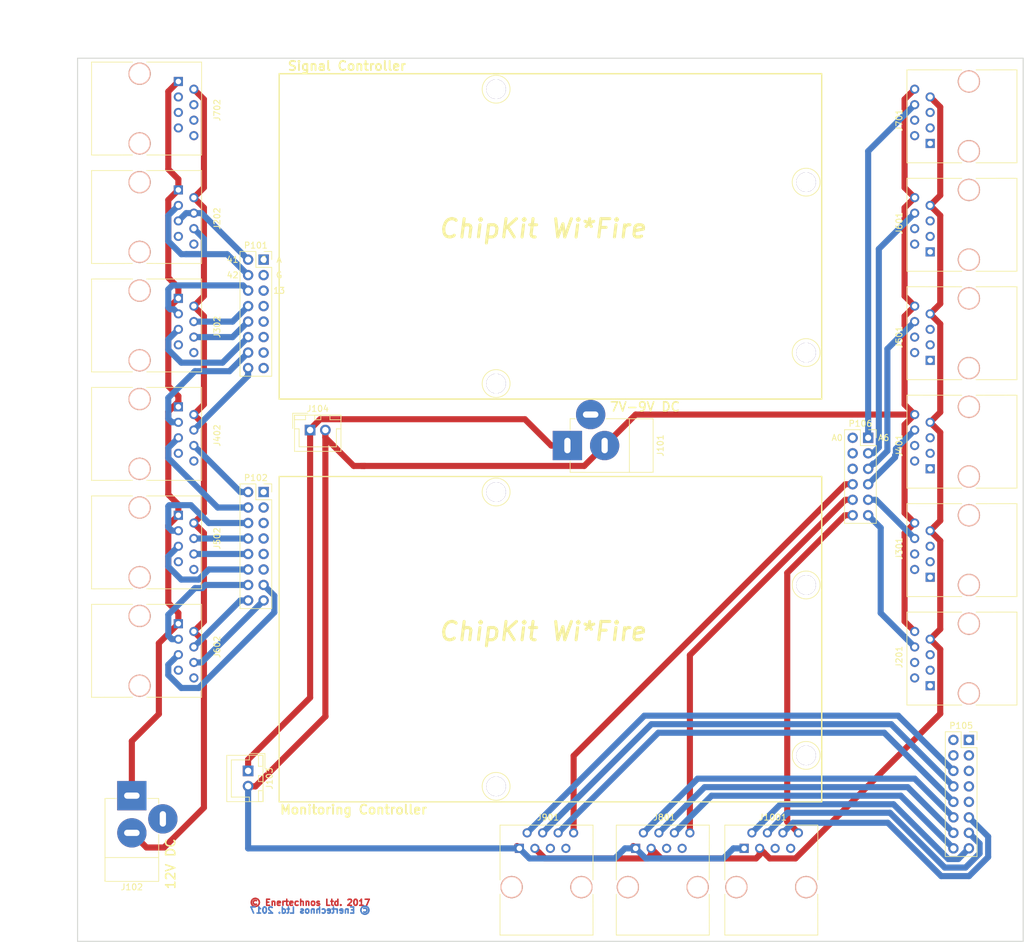
<source format=kicad_pcb>
(kicad_pcb (version 4) (host pcbnew 4.0.7)

  (general
    (links 71)
    (no_connects 0)
    (area 29.535716 11.279234 235.905001 165.175001)
    (thickness 1.6)
    (drawings 26)
    (tracks 305)
    (zones 0)
    (modules 31)
    (nets 42)
  )

    (page A4)
  (title_block
    (title "Breakout Board")
    (date 2017-12-14)
    (rev Rev3.3)
    (company "Enertechnos Ltd.")
    (comment 1 "FOR REVIEW")
  )
  
  (layers
    (0 F.Cu signal)
    (31 B.Cu signal)
    (32 B.Adhes user)
    (33 F.Adhes user)
    (34 B.Paste user)
    (35 F.Paste user)
    (36 B.SilkS user)
    (37 F.SilkS user)
    (38 B.Mask user)
    (39 F.Mask user)
    (40 Dwgs.User user)
    (41 Cmts.User user)
    (42 Eco1.User user)
    (43 Eco2.User user)
    (44 Edge.Cuts user)
    (45 Margin user)
    (46 B.CrtYd user)
    (47 F.CrtYd user)
    (48 B.Fab user)
    (49 F.Fab user)
  )

  (setup
    (last_trace_width 1)
    (trace_clearance 0.4)
    (zone_clearance 0.508)
    (zone_45_only no)
    (trace_min 0.2)
    (segment_width 0.2)
    (edge_width 0.15)
    (via_size 1.5)
    (via_drill 0.8)
    (via_min_size 0.4)
    (via_min_drill 0.3)
    (uvia_size 0.3)
    (uvia_drill 0.1)
    (uvias_allowed no)
    (uvia_min_size 0.2)
    (uvia_min_drill 0.1)
    (pcb_text_width 0.3)
    (pcb_text_size 1.5 1.5)
    (mod_edge_width 0.15)
    (mod_text_size 1 1)
    (mod_text_width 0.15)
    (pad_size 1.524 1.524)
    (pad_drill 0.762)
    (pad_to_mask_clearance 0.2)
    (aux_axis_origin 0 0)
    (visible_elements 7FFFEFFF)
    (pcbplotparams
      (layerselection 0x00030_80000001)
      (usegerberextensions false)
      (excludeedgelayer true)
      (linewidth 0.100000)
      (plotframeref false)
      (viasonmask false)
      (mode 1)
      (useauxorigin false)
      (hpglpennumber 1)
      (hpglpenspeed 20)
      (hpglpendiameter 15)
      (hpglpenoverlay 2)
      (psnegative false)
      (psa4output false)
      (plotreference true)
      (plotvalue true)
      (plotinvisibletext false)
      (padsonsilk false)
      (subtractmaskfromsilk false)
      (outputformat 1)
      (mirror false)
      (drillshape 1)
      (scaleselection 1)
      (outputdirectory ""))
  )

  (net 0 "")
  (net 1 ARD_TEMP_HB)
  (net 2 ARD_PWM_1)
  (net 3 ARD_PWM_3)
  (net 4 ARD_PWM_2)
  (net 5 ARD_PWM_4)
  (net 6 ARD_TEMP_A)
  (net 7 ARD_5V)
  (net 8 ARD_GND)
  (net 9 DC_IN)
  (net 10 DC_GND)
  (net 11 ARD_PWM_5)
  (net 12 ARD_PWM_6)
  (net 13 ARD_PWM_7)
  (net 14 ARD_PWM_8)
  (net 15 ARD_HBRIDGE_A)
  (net 16 ARD_HBRIDGE_B)
  (net 17 ARD_PWM_9)
  (net 18 ARD_PWM_10)
  (net 19 ARD_PWM_11)
  (net 20 ARD_PWM_12)
  (net 21 ARD_PWM_13)
  (net 22 ARD_PWM_14)
  (net 23 ARD_PWM_15)
  (net 24 ARD_PWM_16)
  (net 25 "Net-(J101-Pad1)")
  (net 26 ARD_TEMP_D)
  (net 27 ARD_TEMP_C)
  (net 28 ARD_TEMP_B)
  (net 29 FB1A)
  (net 30 FB1B)
  (net 31 FB1C)
  (net 32 ARD_VOLTS_1)
  (net 33 FB2A)
  (net 34 FB2B)
  (net 35 FB2C)
  (net 36 ARD_VOLTS_2)
  (net 37 FB3A)
  (net 38 FB3B)
  (net 39 FB3C)
  (net 40 ARD_VOLTS_3)
  (net 41 ARD_TEMP_E)

  (net_class Default "This is the default net class."
    (clearance 0.4)
    (trace_width 1)
    (via_dia 1.5)
    (via_drill 0.8)
    (uvia_dia 0.3)
    (uvia_drill 0.1)
    (add_net ARD_5V)
    (add_net ARD_GND)
    (add_net ARD_HBRIDGE_A)
    (add_net ARD_HBRIDGE_B)
    (add_net ARD_PWM_1)
    (add_net ARD_PWM_10)
    (add_net ARD_PWM_11)
    (add_net ARD_PWM_12)
    (add_net ARD_PWM_13)
    (add_net ARD_PWM_14)
    (add_net ARD_PWM_15)
    (add_net ARD_PWM_16)
    (add_net ARD_PWM_2)
    (add_net ARD_PWM_3)
    (add_net ARD_PWM_4)
    (add_net ARD_PWM_5)
    (add_net ARD_PWM_6)
    (add_net ARD_PWM_7)
    (add_net ARD_PWM_8)
    (add_net ARD_PWM_9)
    (add_net ARD_TEMP_A)
    (add_net ARD_TEMP_B)
    (add_net ARD_TEMP_C)
    (add_net ARD_TEMP_D)
    (add_net ARD_TEMP_E)
    (add_net ARD_TEMP_HB)
    (add_net ARD_VOLTS_1)
    (add_net ARD_VOLTS_2)
    (add_net ARD_VOLTS_3)
    (add_net DC_GND)
    (add_net DC_IN)
    (add_net FB1A)
    (add_net FB1B)
    (add_net FB1C)
    (add_net FB2A)
    (add_net FB2B)
    (add_net FB2C)
    (add_net FB3A)
    (add_net FB3B)
    (add_net FB3C)
    (add_net "Net-(J101-Pad1)")
  )

  (module PartsLibraries:MountingHole (layer F.Cu) (tedit 5A325B5D) (tstamp 5A3265BA)
    (at 162.56 134.62)
    (descr "module 1 pin (ou trou mecanique de percage)")
    (tags DEV)
    (fp_text reference "" (at 0 -3.048) (layer F.SilkS)
      (effects (font (size 1 1) (thickness 0.15)))
    )
    (fp_text value Mount (at 0 3) (layer F.Fab)
      (effects (font (size 1 1) (thickness 0.15)))
    )
    (fp_circle (center 0 0) (end 2 0.8) (layer F.Fab) (width 0.1))
    (fp_circle (center 0 0) (end 2.6 0) (layer F.CrtYd) (width 0.05))
    (fp_circle (center 0 0) (end 0 -2.286) (layer F.SilkS) (width 0.12))
    (pad 1 thru_hole circle (at 0 0) (size 3.2 3.2) (drill 3.2) (layers *.Cu *.Mask)
      (clearance 1))
  )

  (module PartsLibraries:MountingHole (layer F.Cu) (tedit 5A325B5D) (tstamp 5A3265B3)
    (at 162.56 106.68)
    (descr "module 1 pin (ou trou mecanique de percage)")
    (tags DEV)
    (fp_text reference "" (at 0 -3.048) (layer F.SilkS)
      (effects (font (size 1 1) (thickness 0.15)))
    )
    (fp_text value Mount (at 0 3) (layer F.Fab)
      (effects (font (size 1 1) (thickness 0.15)))
    )
    (fp_circle (center 0 0) (end 2 0.8) (layer F.Fab) (width 0.1))
    (fp_circle (center 0 0) (end 2.6 0) (layer F.CrtYd) (width 0.05))
    (fp_circle (center 0 0) (end 0 -2.286) (layer F.SilkS) (width 0.12))
    (pad 1 thru_hole circle (at 0 0) (size 3.2 3.2) (drill 3.2) (layers *.Cu *.Mask)
      (clearance 1))
  )

  (module PartsLibraries:MountingHole (layer F.Cu) (tedit 5A325B5D) (tstamp 5A3265AC)
    (at 111.76 139.7)
    (descr "module 1 pin (ou trou mecanique de percage)")
    (tags DEV)
    (fp_text reference "" (at 0 -3.048) (layer F.SilkS)
      (effects (font (size 1 1) (thickness 0.15)))
    )
    (fp_text value Mount (at 0 3) (layer F.Fab)
      (effects (font (size 1 1) (thickness 0.15)))
    )
    (fp_circle (center 0 0) (end 2 0.8) (layer F.Fab) (width 0.1))
    (fp_circle (center 0 0) (end 2.6 0) (layer F.CrtYd) (width 0.05))
    (fp_circle (center 0 0) (end 0 -2.286) (layer F.SilkS) (width 0.12))
    (pad 1 thru_hole circle (at 0 0) (size 3.2 3.2) (drill 3.2) (layers *.Cu *.Mask)
      (clearance 1))
  )

  (module PartsLibraries:MountingHole (layer F.Cu) (tedit 5A325B5D) (tstamp 5A3265A5)
    (at 111.76 91.44)
    (descr "module 1 pin (ou trou mecanique de percage)")
    (tags DEV)
    (fp_text reference "" (at 0 -3.048) (layer F.SilkS)
      (effects (font (size 1 1) (thickness 0.15)))
    )
    (fp_text value Mount (at 0 3) (layer F.Fab)
      (effects (font (size 1 1) (thickness 0.15)))
    )
    (fp_circle (center 0 0) (end 2 0.8) (layer F.Fab) (width 0.1))
    (fp_circle (center 0 0) (end 2.6 0) (layer F.CrtYd) (width 0.05))
    (fp_circle (center 0 0) (end 0 -2.286) (layer F.SilkS) (width 0.12))
    (pad 1 thru_hole circle (at 0 0) (size 3.2 3.2) (drill 3.2) (layers *.Cu *.Mask)
      (clearance 1))
  )

  (module PartsLibraries:MountingHole (layer F.Cu) (tedit 5A325B5D) (tstamp 5A326598)
    (at 162.56 68.58)
    (descr "module 1 pin (ou trou mecanique de percage)")
    (tags DEV)
    (fp_text reference "" (at 0 -3.048) (layer F.SilkS)
      (effects (font (size 1 1) (thickness 0.15)))
    )
    (fp_text value Mount (at 0 3) (layer F.Fab)
      (effects (font (size 1 1) (thickness 0.15)))
    )
    (fp_circle (center 0 0) (end 2 0.8) (layer F.Fab) (width 0.1))
    (fp_circle (center 0 0) (end 2.6 0) (layer F.CrtYd) (width 0.05))
    (fp_circle (center 0 0) (end 0 -2.286) (layer F.SilkS) (width 0.12))
    (pad 1 thru_hole circle (at 0 0) (size 3.2 3.2) (drill 3.2) (layers *.Cu *.Mask)
      (clearance 1))
  )

  (module PartsLibraries:MountingHole (layer F.Cu) (tedit 5A325B5D) (tstamp 5A326591)
    (at 111.76 73.66)
    (descr "module 1 pin (ou trou mecanique de percage)")
    (tags DEV)
    (fp_text reference "" (at 0 -3.048) (layer F.SilkS)
      (effects (font (size 1 1) (thickness 0.15)))
    )
    (fp_text value Mount (at 0 3) (layer F.Fab)
      (effects (font (size 1 1) (thickness 0.15)))
    )
    (fp_circle (center 0 0) (end 2 0.8) (layer F.Fab) (width 0.1))
    (fp_circle (center 0 0) (end 2.6 0) (layer F.CrtYd) (width 0.05))
    (fp_circle (center 0 0) (end 0 -2.286) (layer F.SilkS) (width 0.12))
    (pad 1 thru_hole circle (at 0 0) (size 3.2 3.2) (drill 3.2) (layers *.Cu *.Mask)
      (clearance 1))
  )

  (module PartsLibraries:MountingHole (layer F.Cu) (tedit 5A325B5D) (tstamp 5A326579)
    (at 162.56 40.64)
    (descr "module 1 pin (ou trou mecanique de percage)")
    (tags DEV)
    (fp_text reference "" (at 0 -3.048) (layer F.SilkS)
      (effects (font (size 1 1) (thickness 0.15)))
    )
    (fp_text value Mount (at 0 3) (layer F.Fab)
      (effects (font (size 1 1) (thickness 0.15)))
    )
    (fp_circle (center 0 0) (end 2 0.8) (layer F.Fab) (width 0.1))
    (fp_circle (center 0 0) (end 2.6 0) (layer F.CrtYd) (width 0.05))
    (fp_circle (center 0 0) (end 0 -2.286) (layer F.SilkS) (width 0.12))
    (pad 1 thru_hole circle (at 0 0) (size 3.2 3.2) (drill 3.2) (layers *.Cu *.Mask)
      (clearance 1))
  )

  (module PartsLibraries:MountingHole (layer F.Cu) (tedit 5A325B5D) (tstamp 5A326548)
    (at 111.76 25.4)
    (descr "module 1 pin (ou trou mecanique de percage)")
    (tags DEV)
    (fp_text reference "" (at 0 -3.048) (layer F.SilkS)
      (effects (font (size 1 1) (thickness 0.15)))
    )
    (fp_text value Mount (at 0 3) (layer F.Fab)
      (effects (font (size 1 1) (thickness 0.15)))
    )
    (fp_circle (center 0 0) (end 2 0.8) (layer F.Fab) (width 0.1))
    (fp_circle (center 0 0) (end 2.6 0) (layer F.CrtYd) (width 0.05))
    (fp_circle (center 0 0) (end 0 -2.286) (layer F.SilkS) (width 0.12))
    (pad 1 thru_hole circle (at 0 0) (size 3.2 3.2) (drill 3.2) (layers *.Cu *.Mask)
      (clearance 1))
  )

  (module Connectors:JACK_ALIM (layer F.Cu) (tedit 5A2FD67E) (tstamp 5A300BFA)
    (at 123.44 83.82 180)
    (descr "module 1 pin (ou trou mecanique de percage)")
    (tags "CONN JACK")
    (path /5A3106C2)
    (fp_text reference J101 (at -15.24 0 270) (layer F.SilkS)
      (effects (font (size 1 1) (thickness 0.15)))
    )
    (fp_text value "7V-9V DC" (at -12.7 6.35 180) (layer F.SilkS)
      (effects (font (size 1.5 1.5) (thickness 0.25)))
    )
    (fp_line (start -10.15 -4.4) (end -10.15 4.4) (layer F.SilkS) (width 0.12))
    (fp_line (start -6.35 4.4) (end -14.05 4.4) (layer F.SilkS) (width 0.12))
    (fp_line (start -14.05 4.4) (end -14.05 -4.4) (layer F.SilkS) (width 0.12))
    (fp_line (start -14.05 -4.4) (end -13.85 -4.4) (layer F.SilkS) (width 0.12))
    (fp_line (start -0.45 2.55) (end -0.45 4.4) (layer F.SilkS) (width 0.12))
    (fp_line (start -0.45 4.4) (end -1.3 4.4) (layer F.SilkS) (width 0.12))
    (fp_line (start -13.95 -4.4) (end -0.45 -4.4) (layer F.SilkS) (width 0.12))
    (fp_line (start -0.45 -4.4) (end -0.45 -2.55) (layer F.SilkS) (width 0.12))
    (fp_line (start -13.21 -4.32) (end -13.97 -4.32) (layer F.Fab) (width 0.1))
    (fp_line (start -13.97 -4.32) (end -13.97 4.32) (layer F.Fab) (width 0.1))
    (fp_line (start -13.97 4.32) (end -13.21 4.32) (layer F.Fab) (width 0.1))
    (fp_line (start -10.16 -4.32) (end -10.16 4.32) (layer F.Fab) (width 0.1))
    (fp_line (start -0.51 -4.32) (end -0.51 4.32) (layer F.Fab) (width 0.1))
    (fp_line (start -13.21 4.32) (end -0.51 4.32) (layer F.Fab) (width 0.1))
    (fp_line (start -13.21 -4.32) (end -0.51 -4.32) (layer F.Fab) (width 0.1))
    (fp_line (start -14.22 -4.57) (end 2.65 -4.57) (layer F.CrtYd) (width 0.05))
    (fp_line (start -14.22 -4.57) (end -14.22 7.73) (layer F.CrtYd) (width 0.05))
    (fp_line (start 2.65 7.73) (end 2.65 -4.57) (layer F.CrtYd) (width 0.05))
    (fp_line (start 2.65 7.73) (end -14.22 7.73) (layer F.CrtYd) (width 0.05))
    (pad 2 thru_hole circle (at -6.1 0 180) (size 4.8 4.8) (drill oval 1.02 2.54) (layers *.Cu *.Mask)
      (net 8 ARD_GND))
    (pad 1 thru_hole rect (at 0 0 180) (size 4.8 4.8) (drill oval 1.02 2.54) (layers *.Cu *.Mask)
      (net 25 "Net-(J101-Pad1)"))
    (pad 3 thru_hole circle (at -3.81 5.08 180) (size 4.8 4.8) (drill oval 2.54 1.02) (layers *.Cu *.Mask))
    (model ${KISYS3DMOD}/Connectors.3dshapes/JACK_ALIM.wrl
      (at (xyz -0.24 0 0))
      (scale (xyz 0.8 0.8 0.8))
      (rotate (xyz 0 0 0))
    )
  )

  (module Connectors:JACK_ALIM (layer F.Cu) (tedit 5A2FD66C) (tstamp 5A300C2C)
    (at 52.07 141.22 90)
    (descr "module 1 pin (ou trou mecanique de percage)")
    (tags "CONN JACK")
    (path /5A3109C7)
    (fp_text reference J102 (at -14.99 0 180) (layer F.SilkS)
      (effects (font (size 1 1) (thickness 0.15)))
    )
    (fp_text value "12V DC" (at -11.18 6.35 90) (layer F.SilkS)
      (effects (font (size 1.5 1.5) (thickness 0.25)))
    )
    (fp_line (start -10.15 -4.4) (end -10.15 4.4) (layer F.SilkS) (width 0.12))
    (fp_line (start -6.35 4.4) (end -14.05 4.4) (layer F.SilkS) (width 0.12))
    (fp_line (start -14.05 4.4) (end -14.05 -4.4) (layer F.SilkS) (width 0.12))
    (fp_line (start -14.05 -4.4) (end -13.85 -4.4) (layer F.SilkS) (width 0.12))
    (fp_line (start -0.45 2.55) (end -0.45 4.4) (layer F.SilkS) (width 0.12))
    (fp_line (start -0.45 4.4) (end -1.3 4.4) (layer F.SilkS) (width 0.12))
    (fp_line (start -13.95 -4.4) (end -0.45 -4.4) (layer F.SilkS) (width 0.12))
    (fp_line (start -0.45 -4.4) (end -0.45 -2.55) (layer F.SilkS) (width 0.12))
    (fp_line (start -13.21 -4.32) (end -13.97 -4.32) (layer F.Fab) (width 0.1))
    (fp_line (start -13.97 -4.32) (end -13.97 4.32) (layer F.Fab) (width 0.1))
    (fp_line (start -13.97 4.32) (end -13.21 4.32) (layer F.Fab) (width 0.1))
    (fp_line (start -10.16 -4.32) (end -10.16 4.32) (layer F.Fab) (width 0.1))
    (fp_line (start -0.51 -4.32) (end -0.51 4.32) (layer F.Fab) (width 0.1))
    (fp_line (start -13.21 4.32) (end -0.51 4.32) (layer F.Fab) (width 0.1))
    (fp_line (start -13.21 -4.32) (end -0.51 -4.32) (layer F.Fab) (width 0.1))
    (fp_line (start -14.22 -4.57) (end 2.65 -4.57) (layer F.CrtYd) (width 0.05))
    (fp_line (start -14.22 -4.57) (end -14.22 7.73) (layer F.CrtYd) (width 0.05))
    (fp_line (start 2.65 7.73) (end 2.65 -4.57) (layer F.CrtYd) (width 0.05))
    (fp_line (start 2.65 7.73) (end -14.22 7.73) (layer F.CrtYd) (width 0.05))
    (pad 2 thru_hole circle (at -6.1 0 90) (size 4.8 4.8) (drill oval 1.02 2.54) (layers *.Cu *.Mask)
      (net 10 DC_GND))
    (pad 1 thru_hole rect (at 0 0 90) (size 4.8 4.8) (drill oval 1.02 2.54) (layers *.Cu *.Mask)
      (net 9 DC_IN))
    (pad 3 thru_hole circle (at -3.81 5.08 90) (size 4.8 4.8) (drill oval 2.54 1.02) (layers *.Cu *.Mask))
    (model ${KISYS3DMOD}/Connectors.3dshapes/JACK_ALIM.wrl
      (at (xyz -0.24 0 0))
      (scale (xyz 0.8 0.8 0.8))
      (rotate (xyz 0 0 0))
    )
  )

  (module PartsLibraries:RJ45 (layer F.Cu) (tedit 59511D7C) (tstamp 5A2EB831)
    (at 182.88 87.63 90)
    (tags RJ45)
    (path /5A2F40AA/5A2E9F01)
    (fp_text reference J401 (at 3.81 -5.08 90) (layer F.SilkS)
      (effects (font (size 1 1) (thickness 0.15)))
    )
    (fp_text value RJ45 (at 4.59 6.25 90) (layer F.Fab)
      (effects (font (size 1 1) (thickness 0.15)))
    )
    (fp_line (start -3.17 14.22) (end 12.07 14.22) (layer F.SilkS) (width 0.12))
    (fp_line (start 12.07 -3.81) (end 12.06 5.18) (layer F.SilkS) (width 0.12))
    (fp_line (start 12.07 -3.81) (end -3.17 -3.81) (layer F.SilkS) (width 0.12))
    (fp_line (start -3.17 -3.81) (end -3.17 5.19) (layer F.SilkS) (width 0.12))
    (fp_line (start 12.06 7.52) (end 12.07 14.22) (layer F.SilkS) (width 0.12))
    (fp_line (start -3.17 7.51) (end -3.17 14.22) (layer F.SilkS) (width 0.12))
    (fp_line (start -3.56 -4.06) (end 12.46 -4.06) (layer F.CrtYd) (width 0.05))
    (fp_line (start -3.56 -4.06) (end -3.56 14.47) (layer F.CrtYd) (width 0.05))
    (fp_line (start 12.46 14.47) (end 12.46 -4.06) (layer F.CrtYd) (width 0.05))
    (fp_line (start 12.46 14.47) (end -3.56 14.47) (layer F.CrtYd) (width 0.05))
    (pad "" np_thru_hole circle (at 10.16 6.35 90) (size 3.65 3.65) (drill 3.25) (layers *.Cu *.SilkS *.Mask))
    (pad "" np_thru_hole circle (at -1.27 6.35 90) (size 3.65 3.65) (drill 3.25) (layers *.Cu *.SilkS *.Mask))
    (pad 1 thru_hole rect (at 0 0 90) (size 1.5 1.5) (drill 0.9) (layers *.Cu *.Mask))
    (pad 2 thru_hole circle (at 1.27 -2.54 90) (size 1.5 1.5) (drill 0.9) (layers *.Cu *.Mask))
    (pad 3 thru_hole circle (at 2.54 0 90) (size 1.5 1.5) (drill 0.9) (layers *.Cu *.Mask))
    (pad 4 thru_hole circle (at 3.81 -2.54 90) (size 1.5 1.5) (drill 0.9) (layers *.Cu *.Mask))
    (pad 5 thru_hole circle (at 5.08 0 90) (size 1.5 1.5) (drill 0.9) (layers *.Cu *.Mask))
    (pad 6 thru_hole circle (at 6.35 -2.54 90) (size 1.5 1.5) (drill 0.9) (layers *.Cu *.Mask)
      (net 28 ARD_TEMP_B))
    (pad 7 thru_hole circle (at 7.62 0 90) (size 1.5 1.5) (drill 0.9) (layers *.Cu *.Mask)
      (net 7 ARD_5V))
    (pad 8 thru_hole circle (at 8.89 -2.54 90) (size 1.5 1.5) (drill 0.9) (layers *.Cu *.Mask)
      (net 8 ARD_GND))
    (model ../../../../../../Development/multilevelinverter/Hardware/3D/RJ45.wrl
      (at (xyz 0.175 -0.667 0.3))
      (scale (xyz 10 10 10))
      (rotate (xyz 270 0 0))
    )
  )

  (module Socket_Strips:Socket_Strip_Straight_2x08_Pitch2.54mm (layer F.Cu) (tedit 5A2EC927) (tstamp 5A2EB8CE)
    (at 73.66 53.34)
    (descr "Through hole straight socket strip, 2x08, 2.54mm pitch, double rows")
    (tags "Through hole socket strip THT 2x08 2.54mm double row")
    (path /599F28C2)
    (fp_text reference P101 (at -1.27 -2.33) (layer F.SilkS)
      (effects (font (size 1 1) (thickness 0.15)))
    )
    (fp_text value Digital (at -1.27 20.11) (layer F.Fab)
      (effects (font (size 1 1) (thickness 0.15)))
    )
    (fp_text user 42 (at -5.08 2.54) (layer F.SilkS)
      (effects (font (size 1 1) (thickness 0.15)))
    )
    (fp_text user 41 (at -5.08 0) (layer F.SilkS)
      (effects (font (size 1 1) (thickness 0.15)))
    )
    (fp_text user 13 (at 2.54 5.08) (layer F.SilkS)
      (effects (font (size 1 1) (thickness 0.15)))
    )
    (fp_text user G (at 2.54 2.54) (layer F.SilkS)
      (effects (font (size 1 1) (thickness 0.15)))
    )
    (fp_text user G (at 0 0) (layer F.SilkS)
      (effects (font (size 1 1) (thickness 0.15)))
    )
    (fp_text user A (at 2.54 0) (layer F.SilkS)
      (effects (font (size 1 1) (thickness 0.15)))
    )
    (fp_line (start -3.81 -1.27) (end -3.81 19.05) (layer F.Fab) (width 0.1))
    (fp_line (start -3.81 19.05) (end 1.27 19.05) (layer F.Fab) (width 0.1))
    (fp_line (start 1.27 19.05) (end 1.27 -1.27) (layer F.Fab) (width 0.1))
    (fp_line (start 1.27 -1.27) (end -3.81 -1.27) (layer F.Fab) (width 0.1))
    (fp_line (start 1.33 1.27) (end 1.33 19.11) (layer F.SilkS) (width 0.12))
    (fp_line (start 1.33 19.11) (end -3.87 19.11) (layer F.SilkS) (width 0.12))
    (fp_line (start -3.87 19.11) (end -3.87 -1.33) (layer F.SilkS) (width 0.12))
    (fp_line (start -3.87 -1.33) (end -1.27 -1.33) (layer F.SilkS) (width 0.12))
    (fp_line (start -1.27 -1.33) (end -1.27 1.27) (layer F.SilkS) (width 0.12))
    (fp_line (start -1.27 1.27) (end 1.33 1.27) (layer F.SilkS) (width 0.12))
    (fp_line (start 1.33 0) (end 1.33 -1.33) (layer F.SilkS) (width 0.12))
    (fp_line (start 1.33 -1.33) (end 0.06 -1.33) (layer F.SilkS) (width 0.12))
    (fp_line (start -4.35 -1.8) (end -4.35 19.55) (layer F.CrtYd) (width 0.05))
    (fp_line (start -4.35 19.55) (end 1.8 19.55) (layer F.CrtYd) (width 0.05))
    (fp_line (start 1.8 19.55) (end 1.8 -1.8) (layer F.CrtYd) (width 0.05))
    (fp_line (start 1.8 -1.8) (end -4.35 -1.8) (layer F.CrtYd) (width 0.05))
    (fp_text user %R (at -1.27 -2.33) (layer F.Fab)
      (effects (font (size 1 1) (thickness 0.15)))
    )
    (pad 1 thru_hole rect (at 0 0) (size 1.7 1.7) (drill 1) (layers *.Cu *.Mask))
    (pad 2 thru_hole oval (at -2.54 0) (size 1.7 1.7) (drill 1) (layers *.Cu *.Mask)
      (net 16 ARD_HBRIDGE_B))
    (pad 3 thru_hole oval (at 0 2.54) (size 1.7 1.7) (drill 1) (layers *.Cu *.Mask))
    (pad 4 thru_hole oval (at -2.54 2.54) (size 1.7 1.7) (drill 1) (layers *.Cu *.Mask)
      (net 15 ARD_HBRIDGE_A))
    (pad 5 thru_hole oval (at 0 5.08) (size 1.7 1.7) (drill 1) (layers *.Cu *.Mask))
    (pad 6 thru_hole oval (at -2.54 5.08) (size 1.7 1.7) (drill 1) (layers *.Cu *.Mask)
      (net 2 ARD_PWM_1))
    (pad 7 thru_hole oval (at 0 7.62) (size 1.7 1.7) (drill 1) (layers *.Cu *.Mask))
    (pad 8 thru_hole oval (at -2.54 7.62) (size 1.7 1.7) (drill 1) (layers *.Cu *.Mask)
      (net 4 ARD_PWM_2))
    (pad 9 thru_hole oval (at 0 10.16) (size 1.7 1.7) (drill 1) (layers *.Cu *.Mask))
    (pad 10 thru_hole oval (at -2.54 10.16) (size 1.7 1.7) (drill 1) (layers *.Cu *.Mask)
      (net 5 ARD_PWM_4))
    (pad 11 thru_hole oval (at 0 12.7) (size 1.7 1.7) (drill 1) (layers *.Cu *.Mask))
    (pad 12 thru_hole oval (at -2.54 12.7) (size 1.7 1.7) (drill 1) (layers *.Cu *.Mask)
      (net 3 ARD_PWM_3))
    (pad 13 thru_hole oval (at 0 15.24) (size 1.7 1.7) (drill 1) (layers *.Cu *.Mask))
    (pad 14 thru_hole oval (at -2.54 15.24) (size 1.7 1.7) (drill 1) (layers *.Cu *.Mask)
      (net 11 ARD_PWM_5))
    (pad 15 thru_hole oval (at 0 17.78) (size 1.7 1.7) (drill 1) (layers *.Cu *.Mask))
    (pad 16 thru_hole oval (at -2.54 17.78) (size 1.7 1.7) (drill 1) (layers *.Cu *.Mask)
      (net 12 ARD_PWM_6))
    (model ${KISYS3DMOD}/Socket_Strips.3dshapes/Socket_Strip_Straight_2x08_Pitch2.54mm.wrl
      (at (xyz -0.05 -0.35 0))
      (scale (xyz 1 1 1))
      (rotate (xyz 0 0 270))
    )
  )

  (module Socket_Strips:Socket_Strip_Straight_2x06_Pitch2.54mm (layer F.Cu) (tedit 5A2EC839) (tstamp 5A2EB97F)
    (at 172.72 82.55)
    (descr "Through hole straight socket strip, 2x06, 2.54mm pitch, double rows")
    (tags "Through hole socket strip THT 2x06 2.54mm double row")
    (path /599F771D)
    (fp_text reference P106 (at -1.27 -2.33) (layer F.SilkS)
      (effects (font (size 1 1) (thickness 0.15)))
    )
    (fp_text value Analog (at -1.27 15.03) (layer F.Fab)
      (effects (font (size 1 1) (thickness 0.15)))
    )
    (fp_text user A0 (at -5.08 0) (layer F.SilkS)
      (effects (font (size 1 1) (thickness 0.15)))
    )
    (fp_text user A6 (at 2.54 0) (layer F.SilkS)
      (effects (font (size 1 1) (thickness 0.15)))
    )
    (fp_line (start -3.81 -1.27) (end -3.81 13.97) (layer F.Fab) (width 0.1))
    (fp_line (start -3.81 13.97) (end 1.27 13.97) (layer F.Fab) (width 0.1))
    (fp_line (start 1.27 13.97) (end 1.27 -1.27) (layer F.Fab) (width 0.1))
    (fp_line (start 1.27 -1.27) (end -3.81 -1.27) (layer F.Fab) (width 0.1))
    (fp_line (start 1.33 1.27) (end 1.33 14.03) (layer F.SilkS) (width 0.12))
    (fp_line (start 1.33 14.03) (end -3.87 14.03) (layer F.SilkS) (width 0.12))
    (fp_line (start -3.87 14.03) (end -3.87 -1.33) (layer F.SilkS) (width 0.12))
    (fp_line (start -3.87 -1.33) (end -1.27 -1.33) (layer F.SilkS) (width 0.12))
    (fp_line (start -1.27 -1.33) (end -1.27 1.27) (layer F.SilkS) (width 0.12))
    (fp_line (start -1.27 1.27) (end 1.33 1.27) (layer F.SilkS) (width 0.12))
    (fp_line (start 1.33 0) (end 1.33 -1.33) (layer F.SilkS) (width 0.12))
    (fp_line (start 1.33 -1.33) (end 0.06 -1.33) (layer F.SilkS) (width 0.12))
    (fp_line (start -4.35 -1.8) (end -4.35 14.5) (layer F.CrtYd) (width 0.05))
    (fp_line (start -4.35 14.5) (end 1.8 14.5) (layer F.CrtYd) (width 0.05))
    (fp_line (start 1.8 14.5) (end 1.8 -1.8) (layer F.CrtYd) (width 0.05))
    (fp_line (start 1.8 -1.8) (end -4.35 -1.8) (layer F.CrtYd) (width 0.05))
    (fp_text user %R (at -1.27 -2.33) (layer F.Fab)
      (effects (font (size 1 1) (thickness 0.15)))
    )
    (pad 1 thru_hole rect (at 0 0) (size 1.7 1.7) (drill 1) (layers *.Cu *.Mask)
      (net 41 ARD_TEMP_E))
    (pad 2 thru_hole oval (at -2.54 0) (size 1.7 1.7) (drill 1) (layers *.Cu *.Mask))
    (pad 3 thru_hole oval (at 0 2.54) (size 1.7 1.7) (drill 1) (layers *.Cu *.Mask)
      (net 26 ARD_TEMP_D))
    (pad 4 thru_hole oval (at -2.54 2.54) (size 1.7 1.7) (drill 1) (layers *.Cu *.Mask))
    (pad 5 thru_hole oval (at 0 5.08) (size 1.7 1.7) (drill 1) (layers *.Cu *.Mask)
      (net 27 ARD_TEMP_C))
    (pad 6 thru_hole oval (at -2.54 5.08) (size 1.7 1.7) (drill 1) (layers *.Cu *.Mask))
    (pad 7 thru_hole oval (at 0 7.62) (size 1.7 1.7) (drill 1) (layers *.Cu *.Mask)
      (net 28 ARD_TEMP_B))
    (pad 8 thru_hole oval (at -2.54 7.62) (size 1.7 1.7) (drill 1) (layers *.Cu *.Mask)
      (net 36 ARD_VOLTS_2))
    (pad 9 thru_hole oval (at 0 10.16) (size 1.7 1.7) (drill 1) (layers *.Cu *.Mask)
      (net 6 ARD_TEMP_A))
    (pad 10 thru_hole oval (at -2.54 10.16) (size 1.7 1.7) (drill 1) (layers *.Cu *.Mask)
      (net 32 ARD_VOLTS_1))
    (pad 11 thru_hole oval (at 0 12.7) (size 1.7 1.7) (drill 1) (layers *.Cu *.Mask)
      (net 1 ARD_TEMP_HB))
    (pad 12 thru_hole oval (at -2.54 12.7) (size 1.7 1.7) (drill 1) (layers *.Cu *.Mask)
      (net 40 ARD_VOLTS_3))
    (model ${KISYS3DMOD}/Socket_Strips.3dshapes/Socket_Strip_Straight_2x06_Pitch2.54mm.wrl
      (at (xyz -0.05 -0.25 0))
      (scale (xyz 1 1 1))
      (rotate (xyz 0 0 270))
    )
  )

  (module PartsLibraries:RJ45 (layer F.Cu) (tedit 59511D7C) (tstamp 5A2EB7D1)
    (at 182.88 123.19 90)
    (tags RJ45)
    (path /5A2F1991/5A2E9F01)
    (fp_text reference J201 (at 4.7 -5.08 90) (layer F.SilkS)
      (effects (font (size 1 1) (thickness 0.15)))
    )
    (fp_text value RJ45 (at 4.59 6.25 90) (layer F.Fab)
      (effects (font (size 1 1) (thickness 0.15)))
    )
    (fp_line (start -3.17 14.22) (end 12.07 14.22) (layer F.SilkS) (width 0.12))
    (fp_line (start 12.07 -3.81) (end 12.06 5.18) (layer F.SilkS) (width 0.12))
    (fp_line (start 12.07 -3.81) (end -3.17 -3.81) (layer F.SilkS) (width 0.12))
    (fp_line (start -3.17 -3.81) (end -3.17 5.19) (layer F.SilkS) (width 0.12))
    (fp_line (start 12.06 7.52) (end 12.07 14.22) (layer F.SilkS) (width 0.12))
    (fp_line (start -3.17 7.51) (end -3.17 14.22) (layer F.SilkS) (width 0.12))
    (fp_line (start -3.56 -4.06) (end 12.46 -4.06) (layer F.CrtYd) (width 0.05))
    (fp_line (start -3.56 -4.06) (end -3.56 14.47) (layer F.CrtYd) (width 0.05))
    (fp_line (start 12.46 14.47) (end 12.46 -4.06) (layer F.CrtYd) (width 0.05))
    (fp_line (start 12.46 14.47) (end -3.56 14.47) (layer F.CrtYd) (width 0.05))
    (pad "" np_thru_hole circle (at 10.16 6.35 90) (size 3.65 3.65) (drill 3.25) (layers *.Cu *.SilkS *.Mask))
    (pad "" np_thru_hole circle (at -1.27 6.35 90) (size 3.65 3.65) (drill 3.25) (layers *.Cu *.SilkS *.Mask))
    (pad 1 thru_hole rect (at 0 0 90) (size 1.5 1.5) (drill 0.9) (layers *.Cu *.Mask))
    (pad 2 thru_hole circle (at 1.27 -2.54 90) (size 1.5 1.5) (drill 0.9) (layers *.Cu *.Mask))
    (pad 3 thru_hole circle (at 2.54 0 90) (size 1.5 1.5) (drill 0.9) (layers *.Cu *.Mask))
    (pad 4 thru_hole circle (at 3.81 -2.54 90) (size 1.5 1.5) (drill 0.9) (layers *.Cu *.Mask))
    (pad 5 thru_hole circle (at 5.08 0 90) (size 1.5 1.5) (drill 0.9) (layers *.Cu *.Mask))
    (pad 6 thru_hole circle (at 6.35 -2.54 90) (size 1.5 1.5) (drill 0.9) (layers *.Cu *.Mask)
      (net 1 ARD_TEMP_HB))
    (pad 7 thru_hole circle (at 7.62 0 90) (size 1.5 1.5) (drill 0.9) (layers *.Cu *.Mask)
      (net 7 ARD_5V))
    (pad 8 thru_hole circle (at 8.89 -2.54 90) (size 1.5 1.5) (drill 0.9) (layers *.Cu *.Mask)
      (net 8 ARD_GND))
    (model ../../../../../../Development/multilevelinverter/Hardware/3D/RJ45.wrl
      (at (xyz 0.175 -0.667 0.3))
      (scale (xyz 10 10 10))
      (rotate (xyz 270 0 0))
    )
  )

  (module PartsLibraries:RJ45 (layer F.Cu) (tedit 59511D7C) (tstamp 5A2EB7E9)
    (at 59.69 41.91 270)
    (tags RJ45)
    (path /5A2F1991/5A2E9F0E)
    (fp_text reference J202 (at 4.7 -6.35 270) (layer F.SilkS)
      (effects (font (size 1 1) (thickness 0.15)))
    )
    (fp_text value RJ45 (at 4.59 6.25 270) (layer F.Fab)
      (effects (font (size 1 1) (thickness 0.15)))
    )
    (fp_line (start -3.17 14.22) (end 12.07 14.22) (layer F.SilkS) (width 0.12))
    (fp_line (start 12.07 -3.81) (end 12.06 5.18) (layer F.SilkS) (width 0.12))
    (fp_line (start 12.07 -3.81) (end -3.17 -3.81) (layer F.SilkS) (width 0.12))
    (fp_line (start -3.17 -3.81) (end -3.17 5.19) (layer F.SilkS) (width 0.12))
    (fp_line (start 12.06 7.52) (end 12.07 14.22) (layer F.SilkS) (width 0.12))
    (fp_line (start -3.17 7.51) (end -3.17 14.22) (layer F.SilkS) (width 0.12))
    (fp_line (start -3.56 -4.06) (end 12.46 -4.06) (layer F.CrtYd) (width 0.05))
    (fp_line (start -3.56 -4.06) (end -3.56 14.47) (layer F.CrtYd) (width 0.05))
    (fp_line (start 12.46 14.47) (end 12.46 -4.06) (layer F.CrtYd) (width 0.05))
    (fp_line (start 12.46 14.47) (end -3.56 14.47) (layer F.CrtYd) (width 0.05))
    (pad "" np_thru_hole circle (at 10.16 6.35 270) (size 3.65 3.65) (drill 3.25) (layers *.Cu *.SilkS *.Mask))
    (pad "" np_thru_hole circle (at -1.27 6.35 270) (size 3.65 3.65) (drill 3.25) (layers *.Cu *.SilkS *.Mask))
    (pad 1 thru_hole rect (at 0 0 270) (size 1.5 1.5) (drill 0.9) (layers *.Cu *.Mask)
      (net 9 DC_IN))
    (pad 2 thru_hole circle (at 1.27 -2.54 270) (size 1.5 1.5) (drill 0.9) (layers *.Cu *.Mask)
      (net 10 DC_GND))
    (pad 3 thru_hole circle (at 2.54 0 270) (size 1.5 1.5) (drill 0.9) (layers *.Cu *.Mask)
      (net 15 ARD_HBRIDGE_A))
    (pad 4 thru_hole circle (at 3.81 -2.54 270) (size 1.5 1.5) (drill 0.9) (layers *.Cu *.Mask)
      (net 16 ARD_HBRIDGE_B))
    (pad 5 thru_hole circle (at 5.08 0 270) (size 1.5 1.5) (drill 0.9) (layers *.Cu *.Mask)
      (net 16 ARD_HBRIDGE_B))
    (pad 6 thru_hole circle (at 6.35 -2.54 270) (size 1.5 1.5) (drill 0.9) (layers *.Cu *.Mask)
      (net 15 ARD_HBRIDGE_A))
    (pad 7 thru_hole circle (at 7.62 0 270) (size 1.5 1.5) (drill 0.9) (layers *.Cu *.Mask))
    (pad 8 thru_hole circle (at 8.89 -2.54 270) (size 1.5 1.5) (drill 0.9) (layers *.Cu *.Mask))
    (model ../../../../../../Development/multilevelinverter/Hardware/3D/RJ45.wrl
      (at (xyz 0.175 -0.667 0.3))
      (scale (xyz 10 10 10))
      (rotate (xyz 270 0 0))
    )
  )

  (module PartsLibraries:RJ45 (layer F.Cu) (tedit 59511D7C) (tstamp 5A2EB801)
    (at 182.88 105.41 90)
    (tags RJ45)
    (path /5A2F08D5/5A2E9F01)
    (fp_text reference J301 (at 4.7 -5.08 90) (layer F.SilkS)
      (effects (font (size 1 1) (thickness 0.15)))
    )
    (fp_text value RJ45 (at 4.59 6.25 90) (layer F.Fab)
      (effects (font (size 1 1) (thickness 0.15)))
    )
    (fp_line (start -3.17 14.22) (end 12.07 14.22) (layer F.SilkS) (width 0.12))
    (fp_line (start 12.07 -3.81) (end 12.06 5.18) (layer F.SilkS) (width 0.12))
    (fp_line (start 12.07 -3.81) (end -3.17 -3.81) (layer F.SilkS) (width 0.12))
    (fp_line (start -3.17 -3.81) (end -3.17 5.19) (layer F.SilkS) (width 0.12))
    (fp_line (start 12.06 7.52) (end 12.07 14.22) (layer F.SilkS) (width 0.12))
    (fp_line (start -3.17 7.51) (end -3.17 14.22) (layer F.SilkS) (width 0.12))
    (fp_line (start -3.56 -4.06) (end 12.46 -4.06) (layer F.CrtYd) (width 0.05))
    (fp_line (start -3.56 -4.06) (end -3.56 14.47) (layer F.CrtYd) (width 0.05))
    (fp_line (start 12.46 14.47) (end 12.46 -4.06) (layer F.CrtYd) (width 0.05))
    (fp_line (start 12.46 14.47) (end -3.56 14.47) (layer F.CrtYd) (width 0.05))
    (pad "" np_thru_hole circle (at 10.16 6.35 90) (size 3.65 3.65) (drill 3.25) (layers *.Cu *.SilkS *.Mask))
    (pad "" np_thru_hole circle (at -1.27 6.35 90) (size 3.65 3.65) (drill 3.25) (layers *.Cu *.SilkS *.Mask))
    (pad 1 thru_hole rect (at 0 0 90) (size 1.5 1.5) (drill 0.9) (layers *.Cu *.Mask))
    (pad 2 thru_hole circle (at 1.27 -2.54 90) (size 1.5 1.5) (drill 0.9) (layers *.Cu *.Mask))
    (pad 3 thru_hole circle (at 2.54 0 90) (size 1.5 1.5) (drill 0.9) (layers *.Cu *.Mask))
    (pad 4 thru_hole circle (at 3.81 -2.54 90) (size 1.5 1.5) (drill 0.9) (layers *.Cu *.Mask))
    (pad 5 thru_hole circle (at 5.08 0 90) (size 1.5 1.5) (drill 0.9) (layers *.Cu *.Mask))
    (pad 6 thru_hole circle (at 6.35 -2.54 90) (size 1.5 1.5) (drill 0.9) (layers *.Cu *.Mask)
      (net 6 ARD_TEMP_A))
    (pad 7 thru_hole circle (at 7.62 0 90) (size 1.5 1.5) (drill 0.9) (layers *.Cu *.Mask)
      (net 7 ARD_5V))
    (pad 8 thru_hole circle (at 8.89 -2.54 90) (size 1.5 1.5) (drill 0.9) (layers *.Cu *.Mask)
      (net 8 ARD_GND))
    (model ../../../../../../Development/multilevelinverter/Hardware/3D/RJ45.wrl
      (at (xyz 0.175 -0.667 0.3))
      (scale (xyz 10 10 10))
      (rotate (xyz 270 0 0))
    )
  )

  (module PartsLibraries:RJ45 (layer F.Cu) (tedit 59511D7C) (tstamp 5A2EB819)
    (at 59.69 59.69 270)
    (tags RJ45)
    (path /5A2F08D5/5A2E9F0E)
    (fp_text reference J302 (at 4.7 -6.35 270) (layer F.SilkS)
      (effects (font (size 1 1) (thickness 0.15)))
    )
    (fp_text value RJ45 (at 4.59 6.25 270) (layer F.Fab)
      (effects (font (size 1 1) (thickness 0.15)))
    )
    (fp_line (start -3.17 14.22) (end 12.07 14.22) (layer F.SilkS) (width 0.12))
    (fp_line (start 12.07 -3.81) (end 12.06 5.18) (layer F.SilkS) (width 0.12))
    (fp_line (start 12.07 -3.81) (end -3.17 -3.81) (layer F.SilkS) (width 0.12))
    (fp_line (start -3.17 -3.81) (end -3.17 5.19) (layer F.SilkS) (width 0.12))
    (fp_line (start 12.06 7.52) (end 12.07 14.22) (layer F.SilkS) (width 0.12))
    (fp_line (start -3.17 7.51) (end -3.17 14.22) (layer F.SilkS) (width 0.12))
    (fp_line (start -3.56 -4.06) (end 12.46 -4.06) (layer F.CrtYd) (width 0.05))
    (fp_line (start -3.56 -4.06) (end -3.56 14.47) (layer F.CrtYd) (width 0.05))
    (fp_line (start 12.46 14.47) (end 12.46 -4.06) (layer F.CrtYd) (width 0.05))
    (fp_line (start 12.46 14.47) (end -3.56 14.47) (layer F.CrtYd) (width 0.05))
    (pad "" np_thru_hole circle (at 10.16 6.35 270) (size 3.65 3.65) (drill 3.25) (layers *.Cu *.SilkS *.Mask))
    (pad "" np_thru_hole circle (at -1.27 6.35 270) (size 3.65 3.65) (drill 3.25) (layers *.Cu *.SilkS *.Mask))
    (pad 1 thru_hole rect (at 0 0 270) (size 1.5 1.5) (drill 0.9) (layers *.Cu *.Mask)
      (net 9 DC_IN))
    (pad 2 thru_hole circle (at 1.27 -2.54 270) (size 1.5 1.5) (drill 0.9) (layers *.Cu *.Mask)
      (net 10 DC_GND))
    (pad 3 thru_hole circle (at 2.54 0 270) (size 1.5 1.5) (drill 0.9) (layers *.Cu *.Mask)
      (net 2 ARD_PWM_1))
    (pad 4 thru_hole circle (at 3.81 -2.54 270) (size 1.5 1.5) (drill 0.9) (layers *.Cu *.Mask)
      (net 4 ARD_PWM_2))
    (pad 5 thru_hole circle (at 5.08 0 270) (size 1.5 1.5) (drill 0.9) (layers *.Cu *.Mask)
      (net 3 ARD_PWM_3))
    (pad 6 thru_hole circle (at 6.35 -2.54 270) (size 1.5 1.5) (drill 0.9) (layers *.Cu *.Mask)
      (net 5 ARD_PWM_4))
    (pad 7 thru_hole circle (at 7.62 0 270) (size 1.5 1.5) (drill 0.9) (layers *.Cu *.Mask))
    (pad 8 thru_hole circle (at 8.89 -2.54 270) (size 1.5 1.5) (drill 0.9) (layers *.Cu *.Mask))
    (model ../../../../../../Development/multilevelinverter/Hardware/3D/RJ45.wrl
      (at (xyz 0.175 -0.667 0.3))
      (scale (xyz 10 10 10))
      (rotate (xyz 270 0 0))
    )
  )

  (module PartsLibraries:RJ45 (layer F.Cu) (tedit 59511D7C) (tstamp 5A2EB849)
    (at 59.69 77.47 270)
    (tags RJ45)
    (path /5A2F40AA/5A2E9F0E)
    (fp_text reference J402 (at 4.7 -6.35 270) (layer F.SilkS)
      (effects (font (size 1 1) (thickness 0.15)))
    )
    (fp_text value RJ45 (at 4.59 6.25 270) (layer F.Fab)
      (effects (font (size 1 1) (thickness 0.15)))
    )
    (fp_line (start -3.17 14.22) (end 12.07 14.22) (layer F.SilkS) (width 0.12))
    (fp_line (start 12.07 -3.81) (end 12.06 5.18) (layer F.SilkS) (width 0.12))
    (fp_line (start 12.07 -3.81) (end -3.17 -3.81) (layer F.SilkS) (width 0.12))
    (fp_line (start -3.17 -3.81) (end -3.17 5.19) (layer F.SilkS) (width 0.12))
    (fp_line (start 12.06 7.52) (end 12.07 14.22) (layer F.SilkS) (width 0.12))
    (fp_line (start -3.17 7.51) (end -3.17 14.22) (layer F.SilkS) (width 0.12))
    (fp_line (start -3.56 -4.06) (end 12.46 -4.06) (layer F.CrtYd) (width 0.05))
    (fp_line (start -3.56 -4.06) (end -3.56 14.47) (layer F.CrtYd) (width 0.05))
    (fp_line (start 12.46 14.47) (end 12.46 -4.06) (layer F.CrtYd) (width 0.05))
    (fp_line (start 12.46 14.47) (end -3.56 14.47) (layer F.CrtYd) (width 0.05))
    (pad "" np_thru_hole circle (at 10.16 6.35 270) (size 3.65 3.65) (drill 3.25) (layers *.Cu *.SilkS *.Mask))
    (pad "" np_thru_hole circle (at -1.27 6.35 270) (size 3.65 3.65) (drill 3.25) (layers *.Cu *.SilkS *.Mask))
    (pad 1 thru_hole rect (at 0 0 270) (size 1.5 1.5) (drill 0.9) (layers *.Cu *.Mask)
      (net 9 DC_IN))
    (pad 2 thru_hole circle (at 1.27 -2.54 270) (size 1.5 1.5) (drill 0.9) (layers *.Cu *.Mask)
      (net 10 DC_GND))
    (pad 3 thru_hole circle (at 2.54 0 270) (size 1.5 1.5) (drill 0.9) (layers *.Cu *.Mask)
      (net 11 ARD_PWM_5))
    (pad 4 thru_hole circle (at 3.81 -2.54 270) (size 1.5 1.5) (drill 0.9) (layers *.Cu *.Mask)
      (net 12 ARD_PWM_6))
    (pad 5 thru_hole circle (at 5.08 0 270) (size 1.5 1.5) (drill 0.9) (layers *.Cu *.Mask)
      (net 13 ARD_PWM_7))
    (pad 6 thru_hole circle (at 6.35 -2.54 270) (size 1.5 1.5) (drill 0.9) (layers *.Cu *.Mask)
      (net 14 ARD_PWM_8))
    (pad 7 thru_hole circle (at 7.62 0 270) (size 1.5 1.5) (drill 0.9) (layers *.Cu *.Mask))
    (pad 8 thru_hole circle (at 8.89 -2.54 270) (size 1.5 1.5) (drill 0.9) (layers *.Cu *.Mask))
    (model ../../../../../../Development/multilevelinverter/Hardware/3D/RJ45.wrl
      (at (xyz 0.175 -0.667 0.3))
      (scale (xyz 10 10 10))
      (rotate (xyz 270 0 0))
    )
  )

  (module PartsLibraries:RJ45 (layer F.Cu) (tedit 59511D7C) (tstamp 5A2EB861)
    (at 182.88 69.85 90)
    (tags RJ45)
    (path /5A2F0F54/5A2E9F01)
    (fp_text reference J501 (at 3.81 -5.08 90) (layer F.SilkS)
      (effects (font (size 1 1) (thickness 0.15)))
    )
    (fp_text value RJ45 (at 4.59 6.25 90) (layer F.Fab)
      (effects (font (size 1 1) (thickness 0.15)))
    )
    (fp_line (start -3.17 14.22) (end 12.07 14.22) (layer F.SilkS) (width 0.12))
    (fp_line (start 12.07 -3.81) (end 12.06 5.18) (layer F.SilkS) (width 0.12))
    (fp_line (start 12.07 -3.81) (end -3.17 -3.81) (layer F.SilkS) (width 0.12))
    (fp_line (start -3.17 -3.81) (end -3.17 5.19) (layer F.SilkS) (width 0.12))
    (fp_line (start 12.06 7.52) (end 12.07 14.22) (layer F.SilkS) (width 0.12))
    (fp_line (start -3.17 7.51) (end -3.17 14.22) (layer F.SilkS) (width 0.12))
    (fp_line (start -3.56 -4.06) (end 12.46 -4.06) (layer F.CrtYd) (width 0.05))
    (fp_line (start -3.56 -4.06) (end -3.56 14.47) (layer F.CrtYd) (width 0.05))
    (fp_line (start 12.46 14.47) (end 12.46 -4.06) (layer F.CrtYd) (width 0.05))
    (fp_line (start 12.46 14.47) (end -3.56 14.47) (layer F.CrtYd) (width 0.05))
    (pad "" np_thru_hole circle (at 10.16 6.35 90) (size 3.65 3.65) (drill 3.25) (layers *.Cu *.SilkS *.Mask))
    (pad "" np_thru_hole circle (at -1.27 6.35 90) (size 3.65 3.65) (drill 3.25) (layers *.Cu *.SilkS *.Mask))
    (pad 1 thru_hole rect (at 0 0 90) (size 1.5 1.5) (drill 0.9) (layers *.Cu *.Mask))
    (pad 2 thru_hole circle (at 1.27 -2.54 90) (size 1.5 1.5) (drill 0.9) (layers *.Cu *.Mask))
    (pad 3 thru_hole circle (at 2.54 0 90) (size 1.5 1.5) (drill 0.9) (layers *.Cu *.Mask))
    (pad 4 thru_hole circle (at 3.81 -2.54 90) (size 1.5 1.5) (drill 0.9) (layers *.Cu *.Mask))
    (pad 5 thru_hole circle (at 5.08 0 90) (size 1.5 1.5) (drill 0.9) (layers *.Cu *.Mask))
    (pad 6 thru_hole circle (at 6.35 -2.54 90) (size 1.5 1.5) (drill 0.9) (layers *.Cu *.Mask)
      (net 27 ARD_TEMP_C))
    (pad 7 thru_hole circle (at 7.62 0 90) (size 1.5 1.5) (drill 0.9) (layers *.Cu *.Mask)
      (net 7 ARD_5V))
    (pad 8 thru_hole circle (at 8.89 -2.54 90) (size 1.5 1.5) (drill 0.9) (layers *.Cu *.Mask)
      (net 8 ARD_GND))
    (model ../../../../../../Development/multilevelinverter/Hardware/3D/RJ45.wrl
      (at (xyz 0.175 -0.667 0.3))
      (scale (xyz 10 10 10))
      (rotate (xyz 270 0 0))
    )
  )

  (module PartsLibraries:RJ45 (layer F.Cu) (tedit 59511D7C) (tstamp 5A2EB879)
    (at 59.69 95.25 270)
    (tags RJ45)
    (path /5A2F0F54/5A2E9F0E)
    (fp_text reference J502 (at 3.81 -6.35 270) (layer F.SilkS)
      (effects (font (size 1 1) (thickness 0.15)))
    )
    (fp_text value RJ45 (at 4.59 6.25 270) (layer F.Fab)
      (effects (font (size 1 1) (thickness 0.15)))
    )
    (fp_line (start -3.17 14.22) (end 12.07 14.22) (layer F.SilkS) (width 0.12))
    (fp_line (start 12.07 -3.81) (end 12.06 5.18) (layer F.SilkS) (width 0.12))
    (fp_line (start 12.07 -3.81) (end -3.17 -3.81) (layer F.SilkS) (width 0.12))
    (fp_line (start -3.17 -3.81) (end -3.17 5.19) (layer F.SilkS) (width 0.12))
    (fp_line (start 12.06 7.52) (end 12.07 14.22) (layer F.SilkS) (width 0.12))
    (fp_line (start -3.17 7.51) (end -3.17 14.22) (layer F.SilkS) (width 0.12))
    (fp_line (start -3.56 -4.06) (end 12.46 -4.06) (layer F.CrtYd) (width 0.05))
    (fp_line (start -3.56 -4.06) (end -3.56 14.47) (layer F.CrtYd) (width 0.05))
    (fp_line (start 12.46 14.47) (end 12.46 -4.06) (layer F.CrtYd) (width 0.05))
    (fp_line (start 12.46 14.47) (end -3.56 14.47) (layer F.CrtYd) (width 0.05))
    (pad "" np_thru_hole circle (at 10.16 6.35 270) (size 3.65 3.65) (drill 3.25) (layers *.Cu *.SilkS *.Mask))
    (pad "" np_thru_hole circle (at -1.27 6.35 270) (size 3.65 3.65) (drill 3.25) (layers *.Cu *.SilkS *.Mask))
    (pad 1 thru_hole rect (at 0 0 270) (size 1.5 1.5) (drill 0.9) (layers *.Cu *.Mask)
      (net 9 DC_IN))
    (pad 2 thru_hole circle (at 1.27 -2.54 270) (size 1.5 1.5) (drill 0.9) (layers *.Cu *.Mask)
      (net 10 DC_GND))
    (pad 3 thru_hole circle (at 2.54 0 270) (size 1.5 1.5) (drill 0.9) (layers *.Cu *.Mask)
      (net 17 ARD_PWM_9))
    (pad 4 thru_hole circle (at 3.81 -2.54 270) (size 1.5 1.5) (drill 0.9) (layers *.Cu *.Mask)
      (net 18 ARD_PWM_10))
    (pad 5 thru_hole circle (at 5.08 0 270) (size 1.5 1.5) (drill 0.9) (layers *.Cu *.Mask)
      (net 19 ARD_PWM_11))
    (pad 6 thru_hole circle (at 6.35 -2.54 270) (size 1.5 1.5) (drill 0.9) (layers *.Cu *.Mask)
      (net 20 ARD_PWM_12))
    (pad 7 thru_hole circle (at 7.62 0 270) (size 1.5 1.5) (drill 0.9) (layers *.Cu *.Mask))
    (pad 8 thru_hole circle (at 8.89 -2.54 270) (size 1.5 1.5) (drill 0.9) (layers *.Cu *.Mask))
    (model ../../../../../../Development/multilevelinverter/Hardware/3D/RJ45.wrl
      (at (xyz 0.175 -0.667 0.3))
      (scale (xyz 10 10 10))
      (rotate (xyz 270 0 0))
    )
  )

  (module PartsLibraries:RJ45 (layer F.Cu) (tedit 59511D7C) (tstamp 5A2EB891)
    (at 182.88 52.07 90)
    (tags RJ45)
    (path /5A2F6574/5A2E9F01)
    (fp_text reference J601 (at 4.7 -5.08 90) (layer F.SilkS)
      (effects (font (size 1 1) (thickness 0.15)))
    )
    (fp_text value RJ45 (at 4.59 6.25 90) (layer F.Fab)
      (effects (font (size 1 1) (thickness 0.15)))
    )
    (fp_line (start -3.17 14.22) (end 12.07 14.22) (layer F.SilkS) (width 0.12))
    (fp_line (start 12.07 -3.81) (end 12.06 5.18) (layer F.SilkS) (width 0.12))
    (fp_line (start 12.07 -3.81) (end -3.17 -3.81) (layer F.SilkS) (width 0.12))
    (fp_line (start -3.17 -3.81) (end -3.17 5.19) (layer F.SilkS) (width 0.12))
    (fp_line (start 12.06 7.52) (end 12.07 14.22) (layer F.SilkS) (width 0.12))
    (fp_line (start -3.17 7.51) (end -3.17 14.22) (layer F.SilkS) (width 0.12))
    (fp_line (start -3.56 -4.06) (end 12.46 -4.06) (layer F.CrtYd) (width 0.05))
    (fp_line (start -3.56 -4.06) (end -3.56 14.47) (layer F.CrtYd) (width 0.05))
    (fp_line (start 12.46 14.47) (end 12.46 -4.06) (layer F.CrtYd) (width 0.05))
    (fp_line (start 12.46 14.47) (end -3.56 14.47) (layer F.CrtYd) (width 0.05))
    (pad "" np_thru_hole circle (at 10.16 6.35 90) (size 3.65 3.65) (drill 3.25) (layers *.Cu *.SilkS *.Mask))
    (pad "" np_thru_hole circle (at -1.27 6.35 90) (size 3.65 3.65) (drill 3.25) (layers *.Cu *.SilkS *.Mask))
    (pad 1 thru_hole rect (at 0 0 90) (size 1.5 1.5) (drill 0.9) (layers *.Cu *.Mask))
    (pad 2 thru_hole circle (at 1.27 -2.54 90) (size 1.5 1.5) (drill 0.9) (layers *.Cu *.Mask))
    (pad 3 thru_hole circle (at 2.54 0 90) (size 1.5 1.5) (drill 0.9) (layers *.Cu *.Mask))
    (pad 4 thru_hole circle (at 3.81 -2.54 90) (size 1.5 1.5) (drill 0.9) (layers *.Cu *.Mask))
    (pad 5 thru_hole circle (at 5.08 0 90) (size 1.5 1.5) (drill 0.9) (layers *.Cu *.Mask))
    (pad 6 thru_hole circle (at 6.35 -2.54 90) (size 1.5 1.5) (drill 0.9) (layers *.Cu *.Mask)
      (net 26 ARD_TEMP_D))
    (pad 7 thru_hole circle (at 7.62 0 90) (size 1.5 1.5) (drill 0.9) (layers *.Cu *.Mask)
      (net 7 ARD_5V))
    (pad 8 thru_hole circle (at 8.89 -2.54 90) (size 1.5 1.5) (drill 0.9) (layers *.Cu *.Mask)
      (net 8 ARD_GND))
    (model ../../../../../../Development/multilevelinverter/Hardware/3D/RJ45.wrl
      (at (xyz 0.175 -0.667 0.3))
      (scale (xyz 10 10 10))
      (rotate (xyz 270 0 0))
    )
  )

  (module PartsLibraries:RJ45 (layer F.Cu) (tedit 59511D7C) (tstamp 5A2EB8A9)
    (at 59.69 113.03 270)
    (tags RJ45)
    (path /5A2F6574/5A2E9F0E)
    (fp_text reference J602 (at 3.81 -6.35 270) (layer F.SilkS)
      (effects (font (size 1 1) (thickness 0.15)))
    )
    (fp_text value RJ45 (at 4.59 6.25 270) (layer F.Fab)
      (effects (font (size 1 1) (thickness 0.15)))
    )
    (fp_line (start -3.17 14.22) (end 12.07 14.22) (layer F.SilkS) (width 0.12))
    (fp_line (start 12.07 -3.81) (end 12.06 5.18) (layer F.SilkS) (width 0.12))
    (fp_line (start 12.07 -3.81) (end -3.17 -3.81) (layer F.SilkS) (width 0.12))
    (fp_line (start -3.17 -3.81) (end -3.17 5.19) (layer F.SilkS) (width 0.12))
    (fp_line (start 12.06 7.52) (end 12.07 14.22) (layer F.SilkS) (width 0.12))
    (fp_line (start -3.17 7.51) (end -3.17 14.22) (layer F.SilkS) (width 0.12))
    (fp_line (start -3.56 -4.06) (end 12.46 -4.06) (layer F.CrtYd) (width 0.05))
    (fp_line (start -3.56 -4.06) (end -3.56 14.47) (layer F.CrtYd) (width 0.05))
    (fp_line (start 12.46 14.47) (end 12.46 -4.06) (layer F.CrtYd) (width 0.05))
    (fp_line (start 12.46 14.47) (end -3.56 14.47) (layer F.CrtYd) (width 0.05))
    (pad "" np_thru_hole circle (at 10.16 6.35 270) (size 3.65 3.65) (drill 3.25) (layers *.Cu *.SilkS *.Mask))
    (pad "" np_thru_hole circle (at -1.27 6.35 270) (size 3.65 3.65) (drill 3.25) (layers *.Cu *.SilkS *.Mask))
    (pad 1 thru_hole rect (at 0 0 270) (size 1.5 1.5) (drill 0.9) (layers *.Cu *.Mask)
      (net 9 DC_IN))
    (pad 2 thru_hole circle (at 1.27 -2.54 270) (size 1.5 1.5) (drill 0.9) (layers *.Cu *.Mask)
      (net 10 DC_GND))
    (pad 3 thru_hole circle (at 2.54 0 270) (size 1.5 1.5) (drill 0.9) (layers *.Cu *.Mask)
      (net 21 ARD_PWM_13))
    (pad 4 thru_hole circle (at 3.81 -2.54 270) (size 1.5 1.5) (drill 0.9) (layers *.Cu *.Mask)
      (net 22 ARD_PWM_14))
    (pad 5 thru_hole circle (at 5.08 0 270) (size 1.5 1.5) (drill 0.9) (layers *.Cu *.Mask)
      (net 23 ARD_PWM_15))
    (pad 6 thru_hole circle (at 6.35 -2.54 270) (size 1.5 1.5) (drill 0.9) (layers *.Cu *.Mask)
      (net 24 ARD_PWM_16))
    (pad 7 thru_hole circle (at 7.62 0 270) (size 1.5 1.5) (drill 0.9) (layers *.Cu *.Mask))
    (pad 8 thru_hole circle (at 8.89 -2.54 270) (size 1.5 1.5) (drill 0.9) (layers *.Cu *.Mask))
    (model ../../../../../../Development/multilevelinverter/Hardware/3D/RJ45.wrl
      (at (xyz 0.175 -0.667 0.3))
      (scale (xyz 10 10 10))
      (rotate (xyz 270 0 0))
    )
  )

  (module Socket_Strips:Socket_Strip_Straight_2x08_Pitch2.54mm (layer F.Cu) (tedit 58CD5449) (tstamp 5A2EB8F3)
    (at 73.66 91.44)
    (descr "Through hole straight socket strip, 2x08, 2.54mm pitch, double rows")
    (tags "Through hole socket strip THT 2x08 2.54mm double row")
    (path /599EFF88)
    (fp_text reference P102 (at -1.27 -2.33) (layer F.SilkS)
      (effects (font (size 1 1) (thickness 0.15)))
    )
    (fp_text value Digital (at -1.27 20.11) (layer F.Fab)
      (effects (font (size 1 1) (thickness 0.15)))
    )
    (fp_line (start -3.81 -1.27) (end -3.81 19.05) (layer F.Fab) (width 0.1))
    (fp_line (start -3.81 19.05) (end 1.27 19.05) (layer F.Fab) (width 0.1))
    (fp_line (start 1.27 19.05) (end 1.27 -1.27) (layer F.Fab) (width 0.1))
    (fp_line (start 1.27 -1.27) (end -3.81 -1.27) (layer F.Fab) (width 0.1))
    (fp_line (start 1.33 1.27) (end 1.33 19.11) (layer F.SilkS) (width 0.12))
    (fp_line (start 1.33 19.11) (end -3.87 19.11) (layer F.SilkS) (width 0.12))
    (fp_line (start -3.87 19.11) (end -3.87 -1.33) (layer F.SilkS) (width 0.12))
    (fp_line (start -3.87 -1.33) (end -1.27 -1.33) (layer F.SilkS) (width 0.12))
    (fp_line (start -1.27 -1.33) (end -1.27 1.27) (layer F.SilkS) (width 0.12))
    (fp_line (start -1.27 1.27) (end 1.33 1.27) (layer F.SilkS) (width 0.12))
    (fp_line (start 1.33 0) (end 1.33 -1.33) (layer F.SilkS) (width 0.12))
    (fp_line (start 1.33 -1.33) (end 0.06 -1.33) (layer F.SilkS) (width 0.12))
    (fp_line (start -4.35 -1.8) (end -4.35 19.55) (layer F.CrtYd) (width 0.05))
    (fp_line (start -4.35 19.55) (end 1.8 19.55) (layer F.CrtYd) (width 0.05))
    (fp_line (start 1.8 19.55) (end 1.8 -1.8) (layer F.CrtYd) (width 0.05))
    (fp_line (start 1.8 -1.8) (end -4.35 -1.8) (layer F.CrtYd) (width 0.05))
    (fp_text user %R (at -1.27 -2.33) (layer F.Fab)
      (effects (font (size 1 1) (thickness 0.15)))
    )
    (pad 1 thru_hole rect (at 0 0) (size 1.7 1.7) (drill 1) (layers *.Cu *.Mask))
    (pad 2 thru_hole oval (at -2.54 0) (size 1.7 1.7) (drill 1) (layers *.Cu *.Mask)
      (net 14 ARD_PWM_8))
    (pad 3 thru_hole oval (at 0 2.54) (size 1.7 1.7) (drill 1) (layers *.Cu *.Mask))
    (pad 4 thru_hole oval (at -2.54 2.54) (size 1.7 1.7) (drill 1) (layers *.Cu *.Mask)
      (net 13 ARD_PWM_7))
    (pad 5 thru_hole oval (at 0 5.08) (size 1.7 1.7) (drill 1) (layers *.Cu *.Mask))
    (pad 6 thru_hole oval (at -2.54 5.08) (size 1.7 1.7) (drill 1) (layers *.Cu *.Mask)
      (net 17 ARD_PWM_9))
    (pad 7 thru_hole oval (at 0 7.62) (size 1.7 1.7) (drill 1) (layers *.Cu *.Mask))
    (pad 8 thru_hole oval (at -2.54 7.62) (size 1.7 1.7) (drill 1) (layers *.Cu *.Mask)
      (net 18 ARD_PWM_10))
    (pad 9 thru_hole oval (at 0 10.16) (size 1.7 1.7) (drill 1) (layers *.Cu *.Mask))
    (pad 10 thru_hole oval (at -2.54 10.16) (size 1.7 1.7) (drill 1) (layers *.Cu *.Mask)
      (net 20 ARD_PWM_12))
    (pad 11 thru_hole oval (at 0 12.7) (size 1.7 1.7) (drill 1) (layers *.Cu *.Mask))
    (pad 12 thru_hole oval (at -2.54 12.7) (size 1.7 1.7) (drill 1) (layers *.Cu *.Mask)
      (net 19 ARD_PWM_11))
    (pad 13 thru_hole oval (at 0 15.24) (size 1.7 1.7) (drill 1) (layers *.Cu *.Mask)
      (net 23 ARD_PWM_15))
    (pad 14 thru_hole oval (at -2.54 15.24) (size 1.7 1.7) (drill 1) (layers *.Cu *.Mask)
      (net 21 ARD_PWM_13))
    (pad 15 thru_hole oval (at 0 17.78) (size 1.7 1.7) (drill 1) (layers *.Cu *.Mask)
      (net 24 ARD_PWM_16))
    (pad 16 thru_hole oval (at -2.54 17.78) (size 1.7 1.7) (drill 1) (layers *.Cu *.Mask)
      (net 22 ARD_PWM_14))
    (model ${KISYS3DMOD}/Socket_Strips.3dshapes/Socket_Strip_Straight_2x08_Pitch2.54mm.wrl
      (at (xyz -0.05 -0.35 0))
      (scale (xyz 1 1 1))
      (rotate (xyz 0 0 270))
    )
  )

  (module PartsLibraries:RJ45 (layer F.Cu) (tedit 59511D7C) (tstamp 5A317AD0)
    (at 182.88 34.29 90)
    (tags RJ45)
    (path /5A327B0A/5A2E9F01)
    (fp_text reference J701 (at 3.81 -5.08 90) (layer F.SilkS)
      (effects (font (size 1 1) (thickness 0.15)))
    )
    (fp_text value RJ45 (at 4.59 6.25 90) (layer F.Fab)
      (effects (font (size 1 1) (thickness 0.15)))
    )
    (fp_line (start -3.17 14.22) (end 12.07 14.22) (layer F.SilkS) (width 0.12))
    (fp_line (start 12.07 -3.81) (end 12.06 5.18) (layer F.SilkS) (width 0.12))
    (fp_line (start 12.07 -3.81) (end -3.17 -3.81) (layer F.SilkS) (width 0.12))
    (fp_line (start -3.17 -3.81) (end -3.17 5.19) (layer F.SilkS) (width 0.12))
    (fp_line (start 12.06 7.52) (end 12.07 14.22) (layer F.SilkS) (width 0.12))
    (fp_line (start -3.17 7.51) (end -3.17 14.22) (layer F.SilkS) (width 0.12))
    (fp_line (start -3.56 -4.06) (end 12.46 -4.06) (layer F.CrtYd) (width 0.05))
    (fp_line (start -3.56 -4.06) (end -3.56 14.47) (layer F.CrtYd) (width 0.05))
    (fp_line (start 12.46 14.47) (end 12.46 -4.06) (layer F.CrtYd) (width 0.05))
    (fp_line (start 12.46 14.47) (end -3.56 14.47) (layer F.CrtYd) (width 0.05))
    (pad "" np_thru_hole circle (at 10.16 6.35 90) (size 3.65 3.65) (drill 3.25) (layers *.Cu *.SilkS *.Mask))
    (pad "" np_thru_hole circle (at -1.27 6.35 90) (size 3.65 3.65) (drill 3.25) (layers *.Cu *.SilkS *.Mask))
    (pad 1 thru_hole rect (at 0 0 90) (size 1.5 1.5) (drill 0.9) (layers *.Cu *.Mask))
    (pad 2 thru_hole circle (at 1.27 -2.54 90) (size 1.5 1.5) (drill 0.9) (layers *.Cu *.Mask))
    (pad 3 thru_hole circle (at 2.54 0 90) (size 1.5 1.5) (drill 0.9) (layers *.Cu *.Mask))
    (pad 4 thru_hole circle (at 3.81 -2.54 90) (size 1.5 1.5) (drill 0.9) (layers *.Cu *.Mask))
    (pad 5 thru_hole circle (at 5.08 0 90) (size 1.5 1.5) (drill 0.9) (layers *.Cu *.Mask))
    (pad 6 thru_hole circle (at 6.35 -2.54 90) (size 1.5 1.5) (drill 0.9) (layers *.Cu *.Mask)
      (net 41 ARD_TEMP_E))
    (pad 7 thru_hole circle (at 7.62 0 90) (size 1.5 1.5) (drill 0.9) (layers *.Cu *.Mask)
      (net 7 ARD_5V))
    (pad 8 thru_hole circle (at 8.89 -2.54 90) (size 1.5 1.5) (drill 0.9) (layers *.Cu *.Mask)
      (net 8 ARD_GND))
    (model ../../../../../../Development/multilevelinverter/Hardware/3D/RJ45.wrl
      (at (xyz 0.175 -0.667 0.3))
      (scale (xyz 10 10 10))
      (rotate (xyz 270 0 0))
    )
  )

  (module PartsLibraries:RJ45 (layer F.Cu) (tedit 59511D7C) (tstamp 5A317AE8)
    (at 59.69 24.13 270)
    (tags RJ45)
    (path /5A327B0A/5A2E9F0E)
    (fp_text reference J702 (at 4.7 -6.35 270) (layer F.SilkS)
      (effects (font (size 1 1) (thickness 0.15)))
    )
    (fp_text value RJ45 (at 4.59 6.25 270) (layer F.Fab)
      (effects (font (size 1 1) (thickness 0.15)))
    )
    (fp_line (start -3.17 14.22) (end 12.07 14.22) (layer F.SilkS) (width 0.12))
    (fp_line (start 12.07 -3.81) (end 12.06 5.18) (layer F.SilkS) (width 0.12))
    (fp_line (start 12.07 -3.81) (end -3.17 -3.81) (layer F.SilkS) (width 0.12))
    (fp_line (start -3.17 -3.81) (end -3.17 5.19) (layer F.SilkS) (width 0.12))
    (fp_line (start 12.06 7.52) (end 12.07 14.22) (layer F.SilkS) (width 0.12))
    (fp_line (start -3.17 7.51) (end -3.17 14.22) (layer F.SilkS) (width 0.12))
    (fp_line (start -3.56 -4.06) (end 12.46 -4.06) (layer F.CrtYd) (width 0.05))
    (fp_line (start -3.56 -4.06) (end -3.56 14.47) (layer F.CrtYd) (width 0.05))
    (fp_line (start 12.46 14.47) (end 12.46 -4.06) (layer F.CrtYd) (width 0.05))
    (fp_line (start 12.46 14.47) (end -3.56 14.47) (layer F.CrtYd) (width 0.05))
    (pad "" np_thru_hole circle (at 10.16 6.35 270) (size 3.65 3.65) (drill 3.25) (layers *.Cu *.SilkS *.Mask))
    (pad "" np_thru_hole circle (at -1.27 6.35 270) (size 3.65 3.65) (drill 3.25) (layers *.Cu *.SilkS *.Mask))
    (pad 1 thru_hole rect (at 0 0 270) (size 1.5 1.5) (drill 0.9) (layers *.Cu *.Mask)
      (net 9 DC_IN))
    (pad 2 thru_hole circle (at 1.27 -2.54 270) (size 1.5 1.5) (drill 0.9) (layers *.Cu *.Mask)
      (net 10 DC_GND))
    (pad 3 thru_hole circle (at 2.54 0 270) (size 1.5 1.5) (drill 0.9) (layers *.Cu *.Mask))
    (pad 4 thru_hole circle (at 3.81 -2.54 270) (size 1.5 1.5) (drill 0.9) (layers *.Cu *.Mask))
    (pad 5 thru_hole circle (at 5.08 0 270) (size 1.5 1.5) (drill 0.9) (layers *.Cu *.Mask))
    (pad 6 thru_hole circle (at 6.35 -2.54 270) (size 1.5 1.5) (drill 0.9) (layers *.Cu *.Mask))
    (pad 7 thru_hole circle (at 7.62 0 270) (size 1.5 1.5) (drill 0.9) (layers *.Cu *.Mask))
    (pad 8 thru_hole circle (at 8.89 -2.54 270) (size 1.5 1.5) (drill 0.9) (layers *.Cu *.Mask))
    (model ../../../../../../Development/multilevelinverter/Hardware/3D/RJ45.wrl
      (at (xyz 0.175 -0.667 0.3))
      (scale (xyz 10 10 10))
      (rotate (xyz 270 0 0))
    )
  )

  (module Socket_Strips:Socket_Strip_Straight_2x08_Pitch2.54mm (layer F.Cu) (tedit 58CD5449) (tstamp 5A317B9B)
    (at 189.23 132.08)
    (descr "Through hole straight socket strip, 2x08, 2.54mm pitch, double rows")
    (tags "Through hole socket strip THT 2x08 2.54mm double row")
    (path /599F76EC)
    (fp_text reference P105 (at -1.27 -2.33) (layer F.SilkS)
      (effects (font (size 1 1) (thickness 0.15)))
    )
    (fp_text value Digital (at -1.27 20.11) (layer F.Fab)
      (effects (font (size 1 1) (thickness 0.15)))
    )
    (fp_line (start -3.81 -1.27) (end -3.81 19.05) (layer F.Fab) (width 0.1))
    (fp_line (start -3.81 19.05) (end 1.27 19.05) (layer F.Fab) (width 0.1))
    (fp_line (start 1.27 19.05) (end 1.27 -1.27) (layer F.Fab) (width 0.1))
    (fp_line (start 1.27 -1.27) (end -3.81 -1.27) (layer F.Fab) (width 0.1))
    (fp_line (start 1.33 1.27) (end 1.33 19.11) (layer F.SilkS) (width 0.12))
    (fp_line (start 1.33 19.11) (end -3.87 19.11) (layer F.SilkS) (width 0.12))
    (fp_line (start -3.87 19.11) (end -3.87 -1.33) (layer F.SilkS) (width 0.12))
    (fp_line (start -3.87 -1.33) (end -1.27 -1.33) (layer F.SilkS) (width 0.12))
    (fp_line (start -1.27 -1.33) (end -1.27 1.27) (layer F.SilkS) (width 0.12))
    (fp_line (start -1.27 1.27) (end 1.33 1.27) (layer F.SilkS) (width 0.12))
    (fp_line (start 1.33 0) (end 1.33 -1.33) (layer F.SilkS) (width 0.12))
    (fp_line (start 1.33 -1.33) (end 0.06 -1.33) (layer F.SilkS) (width 0.12))
    (fp_line (start -4.35 -1.8) (end -4.35 19.55) (layer F.CrtYd) (width 0.05))
    (fp_line (start -4.35 19.55) (end 1.8 19.55) (layer F.CrtYd) (width 0.05))
    (fp_line (start 1.8 19.55) (end 1.8 -1.8) (layer F.CrtYd) (width 0.05))
    (fp_line (start 1.8 -1.8) (end -4.35 -1.8) (layer F.CrtYd) (width 0.05))
    (fp_text user %R (at -1.27 -2.33) (layer F.Fab)
      (effects (font (size 1 1) (thickness 0.15)))
    )
    (pad 1 thru_hole rect (at 0 0) (size 1.7 1.7) (drill 1) (layers *.Cu *.Mask))
    (pad 2 thru_hole oval (at -2.54 0) (size 1.7 1.7) (drill 1) (layers *.Cu *.Mask))
    (pad 3 thru_hole oval (at 0 2.54) (size 1.7 1.7) (drill 1) (layers *.Cu *.Mask))
    (pad 4 thru_hole oval (at -2.54 2.54) (size 1.7 1.7) (drill 1) (layers *.Cu *.Mask))
    (pad 5 thru_hole oval (at 0 5.08) (size 1.7 1.7) (drill 1) (layers *.Cu *.Mask))
    (pad 6 thru_hole oval (at -2.54 5.08) (size 1.7 1.7) (drill 1) (layers *.Cu *.Mask)
      (net 33 FB2A))
    (pad 7 thru_hole oval (at 0 7.62) (size 1.7 1.7) (drill 1) (layers *.Cu *.Mask))
    (pad 8 thru_hole oval (at -2.54 7.62) (size 1.7 1.7) (drill 1) (layers *.Cu *.Mask)
      (net 34 FB2B))
    (pad 9 thru_hole oval (at 0 10.16) (size 1.7 1.7) (drill 1) (layers *.Cu *.Mask))
    (pad 10 thru_hole oval (at -2.54 10.16) (size 1.7 1.7) (drill 1) (layers *.Cu *.Mask)
      (net 35 FB2C))
    (pad 11 thru_hole oval (at 0 12.7) (size 1.7 1.7) (drill 1) (layers *.Cu *.Mask)
      (net 39 FB3C))
    (pad 12 thru_hole oval (at -2.54 12.7) (size 1.7 1.7) (drill 1) (layers *.Cu *.Mask)
      (net 29 FB1A))
    (pad 13 thru_hole oval (at 0 15.24) (size 1.7 1.7) (drill 1) (layers *.Cu *.Mask)
      (net 38 FB3B))
    (pad 14 thru_hole oval (at -2.54 15.24) (size 1.7 1.7) (drill 1) (layers *.Cu *.Mask)
      (net 30 FB1B))
    (pad 15 thru_hole oval (at 0 17.78) (size 1.7 1.7) (drill 1) (layers *.Cu *.Mask)
      (net 37 FB3A))
    (pad 16 thru_hole oval (at -2.54 17.78) (size 1.7 1.7) (drill 1) (layers *.Cu *.Mask)
      (net 31 FB1C))
    (model ${KISYS3DMOD}/Socket_Strips.3dshapes/Socket_Strip_Straight_2x08_Pitch2.54mm.wrl
      (at (xyz -0.05 -0.35 0))
      (scale (xyz 1 1 1))
      (rotate (xyz 0 0 270))
    )
  )

  (module PartsLibraries:RJ45 (layer F.Cu) (tedit 59511D7C) (tstamp 5A325725)
    (at 115.57 149.86)
    (tags RJ45)
    (path /5A332152/5A31FF65)
    (fp_text reference J901 (at 4.7 -5.08) (layer F.SilkS)
      (effects (font (size 1 1) (thickness 0.15)))
    )
    (fp_text value RJ45 (at 4.59 6.25) (layer F.Fab)
      (effects (font (size 1 1) (thickness 0.15)))
    )
    (fp_line (start -3.17 14.22) (end 12.07 14.22) (layer F.SilkS) (width 0.12))
    (fp_line (start 12.07 -3.81) (end 12.06 5.18) (layer F.SilkS) (width 0.12))
    (fp_line (start 12.07 -3.81) (end -3.17 -3.81) (layer F.SilkS) (width 0.12))
    (fp_line (start -3.17 -3.81) (end -3.17 5.19) (layer F.SilkS) (width 0.12))
    (fp_line (start 12.06 7.52) (end 12.07 14.22) (layer F.SilkS) (width 0.12))
    (fp_line (start -3.17 7.51) (end -3.17 14.22) (layer F.SilkS) (width 0.12))
    (fp_line (start -3.56 -4.06) (end 12.46 -4.06) (layer F.CrtYd) (width 0.05))
    (fp_line (start -3.56 -4.06) (end -3.56 14.47) (layer F.CrtYd) (width 0.05))
    (fp_line (start 12.46 14.47) (end 12.46 -4.06) (layer F.CrtYd) (width 0.05))
    (fp_line (start 12.46 14.47) (end -3.56 14.47) (layer F.CrtYd) (width 0.05))
    (pad "" np_thru_hole circle (at 10.16 6.35) (size 3.65 3.65) (drill 3.25) (layers *.Cu *.SilkS *.Mask))
    (pad "" np_thru_hole circle (at -1.27 6.35) (size 3.65 3.65) (drill 3.25) (layers *.Cu *.SilkS *.Mask))
    (pad 1 thru_hole rect (at 0 0) (size 1.5 1.5) (drill 0.9) (layers *.Cu *.Mask)
      (net 8 ARD_GND))
    (pad 2 thru_hole circle (at 1.27 -2.54) (size 1.5 1.5) (drill 0.9) (layers *.Cu *.Mask)
      (net 33 FB2A))
    (pad 3 thru_hole circle (at 2.54 0) (size 1.5 1.5) (drill 0.9) (layers *.Cu *.Mask)
      (net 7 ARD_5V))
    (pad 4 thru_hole circle (at 3.81 -2.54) (size 1.5 1.5) (drill 0.9) (layers *.Cu *.Mask)
      (net 34 FB2B))
    (pad 5 thru_hole circle (at 5.08 0) (size 1.5 1.5) (drill 0.9) (layers *.Cu *.Mask))
    (pad 6 thru_hole circle (at 6.35 -2.54) (size 1.5 1.5) (drill 0.9) (layers *.Cu *.Mask)
      (net 35 FB2C))
    (pad 7 thru_hole circle (at 7.62 0) (size 1.5 1.5) (drill 0.9) (layers *.Cu *.Mask))
    (pad 8 thru_hole circle (at 8.89 -2.54) (size 1.5 1.5) (drill 0.9) (layers *.Cu *.Mask)
      (net 36 ARD_VOLTS_2))
    (model ../../../../../../Development/multilevelinverter/Hardware/3D/RJ45.wrl
      (at (xyz 0.175 -0.667 0.3))
      (scale (xyz 10 10 10))
      (rotate (xyz 270 0 0))
    )
  )

  (module PartsLibraries:RJ45 (layer F.Cu) (tedit 59511D7C) (tstamp 5A32573D)
    (at 152.4 149.86)
    (tags RJ45)
    (path /5A3324C4/5A31FF65)
    (fp_text reference J1001 (at 4.7 -5.08) (layer F.SilkS)
      (effects (font (size 1 1) (thickness 0.15)))
    )
    (fp_text value RJ45 (at 4.59 6.25) (layer F.Fab)
      (effects (font (size 1 1) (thickness 0.15)))
    )
    (fp_line (start -3.17 14.22) (end 12.07 14.22) (layer F.SilkS) (width 0.12))
    (fp_line (start 12.07 -3.81) (end 12.06 5.18) (layer F.SilkS) (width 0.12))
    (fp_line (start 12.07 -3.81) (end -3.17 -3.81) (layer F.SilkS) (width 0.12))
    (fp_line (start -3.17 -3.81) (end -3.17 5.19) (layer F.SilkS) (width 0.12))
    (fp_line (start 12.06 7.52) (end 12.07 14.22) (layer F.SilkS) (width 0.12))
    (fp_line (start -3.17 7.51) (end -3.17 14.22) (layer F.SilkS) (width 0.12))
    (fp_line (start -3.56 -4.06) (end 12.46 -4.06) (layer F.CrtYd) (width 0.05))
    (fp_line (start -3.56 -4.06) (end -3.56 14.47) (layer F.CrtYd) (width 0.05))
    (fp_line (start 12.46 14.47) (end 12.46 -4.06) (layer F.CrtYd) (width 0.05))
    (fp_line (start 12.46 14.47) (end -3.56 14.47) (layer F.CrtYd) (width 0.05))
    (pad "" np_thru_hole circle (at 10.16 6.35) (size 3.65 3.65) (drill 3.25) (layers *.Cu *.SilkS *.Mask))
    (pad "" np_thru_hole circle (at -1.27 6.35) (size 3.65 3.65) (drill 3.25) (layers *.Cu *.SilkS *.Mask))
    (pad 1 thru_hole rect (at 0 0) (size 1.5 1.5) (drill 0.9) (layers *.Cu *.Mask)
      (net 8 ARD_GND))
    (pad 2 thru_hole circle (at 1.27 -2.54) (size 1.5 1.5) (drill 0.9) (layers *.Cu *.Mask)
      (net 37 FB3A))
    (pad 3 thru_hole circle (at 2.54 0) (size 1.5 1.5) (drill 0.9) (layers *.Cu *.Mask)
      (net 7 ARD_5V))
    (pad 4 thru_hole circle (at 3.81 -2.54) (size 1.5 1.5) (drill 0.9) (layers *.Cu *.Mask)
      (net 38 FB3B))
    (pad 5 thru_hole circle (at 5.08 0) (size 1.5 1.5) (drill 0.9) (layers *.Cu *.Mask))
    (pad 6 thru_hole circle (at 6.35 -2.54) (size 1.5 1.5) (drill 0.9) (layers *.Cu *.Mask)
      (net 39 FB3C))
    (pad 7 thru_hole circle (at 7.62 0) (size 1.5 1.5) (drill 0.9) (layers *.Cu *.Mask))
    (pad 8 thru_hole circle (at 8.89 -2.54) (size 1.5 1.5) (drill 0.9) (layers *.Cu *.Mask)
      (net 40 ARD_VOLTS_3))
    (model ../../../../../../Development/multilevelinverter/Hardware/3D/RJ45.wrl
      (at (xyz 0.175 -0.667 0.3))
      (scale (xyz 10 10 10))
      (rotate (xyz 270 0 0))
    )
  )

  (module PartsLibraries:RJ45 (layer F.Cu) (tedit 59511D7C) (tstamp 5A3258E0)
    (at 134.62 149.86)
    (tags RJ45)
    (path /5A31FD72/5A31FF65)
    (fp_text reference J801 (at 4.7 -5.08) (layer F.SilkS)
      (effects (font (size 1 1) (thickness 0.15)))
    )
    (fp_text value RJ45 (at 4.59 6.25) (layer F.Fab)
      (effects (font (size 1 1) (thickness 0.15)))
    )
    (fp_line (start -3.17 14.22) (end 12.07 14.22) (layer F.SilkS) (width 0.12))
    (fp_line (start 12.07 -3.81) (end 12.06 5.18) (layer F.SilkS) (width 0.12))
    (fp_line (start 12.07 -3.81) (end -3.17 -3.81) (layer F.SilkS) (width 0.12))
    (fp_line (start -3.17 -3.81) (end -3.17 5.19) (layer F.SilkS) (width 0.12))
    (fp_line (start 12.06 7.52) (end 12.07 14.22) (layer F.SilkS) (width 0.12))
    (fp_line (start -3.17 7.51) (end -3.17 14.22) (layer F.SilkS) (width 0.12))
    (fp_line (start -3.56 -4.06) (end 12.46 -4.06) (layer F.CrtYd) (width 0.05))
    (fp_line (start -3.56 -4.06) (end -3.56 14.47) (layer F.CrtYd) (width 0.05))
    (fp_line (start 12.46 14.47) (end 12.46 -4.06) (layer F.CrtYd) (width 0.05))
    (fp_line (start 12.46 14.47) (end -3.56 14.47) (layer F.CrtYd) (width 0.05))
    (pad "" np_thru_hole circle (at 10.16 6.35) (size 3.65 3.65) (drill 3.25) (layers *.Cu *.SilkS *.Mask))
    (pad "" np_thru_hole circle (at -1.27 6.35) (size 3.65 3.65) (drill 3.25) (layers *.Cu *.SilkS *.Mask))
    (pad 1 thru_hole rect (at 0 0) (size 1.5 1.5) (drill 0.9) (layers *.Cu *.Mask)
      (net 8 ARD_GND))
    (pad 2 thru_hole circle (at 1.27 -2.54) (size 1.5 1.5) (drill 0.9) (layers *.Cu *.Mask)
      (net 29 FB1A))
    (pad 3 thru_hole circle (at 2.54 0) (size 1.5 1.5) (drill 0.9) (layers *.Cu *.Mask)
      (net 7 ARD_5V))
    (pad 4 thru_hole circle (at 3.81 -2.54) (size 1.5 1.5) (drill 0.9) (layers *.Cu *.Mask)
      (net 30 FB1B))
    (pad 5 thru_hole circle (at 5.08 0) (size 1.5 1.5) (drill 0.9) (layers *.Cu *.Mask))
    (pad 6 thru_hole circle (at 6.35 -2.54) (size 1.5 1.5) (drill 0.9) (layers *.Cu *.Mask)
      (net 31 FB1C))
    (pad 7 thru_hole circle (at 7.62 0) (size 1.5 1.5) (drill 0.9) (layers *.Cu *.Mask))
    (pad 8 thru_hole circle (at 8.89 -2.54) (size 1.5 1.5) (drill 0.9) (layers *.Cu *.Mask)
      (net 32 ARD_VOLTS_1))
    (model ../../../../../../Development/multilevelinverter/Hardware/3D/RJ45.wrl
      (at (xyz 0.175 -0.667 0.3))
      (scale (xyz 10 10 10))
      (rotate (xyz 270 0 0))
    )
  )

  (module Connectors_JST:JST_XH_B02B-XH-A_02x2.50mm_Straight (layer F.Cu) (tedit 58EAE7F0) (tstamp 5A326B6A)
    (at 71.12 137.16 270)
    (descr "JST XH series connector, B02B-XH-A, top entry type, through hole")
    (tags "connector jst xh tht top vertical 2.50mm")
    (path /5A31287D)
    (fp_text reference J103 (at 1.25 -3.5 270) (layer F.SilkS)
      (effects (font (size 1 1) (thickness 0.15)))
    )
    (fp_text value ARD_CONTROL (at 1.25 4.5 270) (layer F.Fab)
      (effects (font (size 1 1) (thickness 0.15)))
    )
    (fp_line (start -2.45 -2.35) (end -2.45 3.4) (layer F.Fab) (width 0.1))
    (fp_line (start -2.45 3.4) (end 4.95 3.4) (layer F.Fab) (width 0.1))
    (fp_line (start 4.95 3.4) (end 4.95 -2.35) (layer F.Fab) (width 0.1))
    (fp_line (start 4.95 -2.35) (end -2.45 -2.35) (layer F.Fab) (width 0.1))
    (fp_line (start -2.95 -2.85) (end -2.95 3.9) (layer F.CrtYd) (width 0.05))
    (fp_line (start -2.95 3.9) (end 5.45 3.9) (layer F.CrtYd) (width 0.05))
    (fp_line (start 5.45 3.9) (end 5.45 -2.85) (layer F.CrtYd) (width 0.05))
    (fp_line (start 5.45 -2.85) (end -2.95 -2.85) (layer F.CrtYd) (width 0.05))
    (fp_line (start -2.55 -2.45) (end -2.55 3.5) (layer F.SilkS) (width 0.12))
    (fp_line (start -2.55 3.5) (end 5.05 3.5) (layer F.SilkS) (width 0.12))
    (fp_line (start 5.05 3.5) (end 5.05 -2.45) (layer F.SilkS) (width 0.12))
    (fp_line (start 5.05 -2.45) (end -2.55 -2.45) (layer F.SilkS) (width 0.12))
    (fp_line (start 0.75 -2.45) (end 0.75 -1.7) (layer F.SilkS) (width 0.12))
    (fp_line (start 0.75 -1.7) (end 1.75 -1.7) (layer F.SilkS) (width 0.12))
    (fp_line (start 1.75 -1.7) (end 1.75 -2.45) (layer F.SilkS) (width 0.12))
    (fp_line (start 1.75 -2.45) (end 0.75 -2.45) (layer F.SilkS) (width 0.12))
    (fp_line (start -2.55 -2.45) (end -2.55 -1.7) (layer F.SilkS) (width 0.12))
    (fp_line (start -2.55 -1.7) (end -0.75 -1.7) (layer F.SilkS) (width 0.12))
    (fp_line (start -0.75 -1.7) (end -0.75 -2.45) (layer F.SilkS) (width 0.12))
    (fp_line (start -0.75 -2.45) (end -2.55 -2.45) (layer F.SilkS) (width 0.12))
    (fp_line (start 3.25 -2.45) (end 3.25 -1.7) (layer F.SilkS) (width 0.12))
    (fp_line (start 3.25 -1.7) (end 5.05 -1.7) (layer F.SilkS) (width 0.12))
    (fp_line (start 5.05 -1.7) (end 5.05 -2.45) (layer F.SilkS) (width 0.12))
    (fp_line (start 5.05 -2.45) (end 3.25 -2.45) (layer F.SilkS) (width 0.12))
    (fp_line (start -2.55 -0.2) (end -1.8 -0.2) (layer F.SilkS) (width 0.12))
    (fp_line (start -1.8 -0.2) (end -1.8 2.75) (layer F.SilkS) (width 0.12))
    (fp_line (start -1.8 2.75) (end 1.25 2.75) (layer F.SilkS) (width 0.12))
    (fp_line (start 5.05 -0.2) (end 4.3 -0.2) (layer F.SilkS) (width 0.12))
    (fp_line (start 4.3 -0.2) (end 4.3 2.75) (layer F.SilkS) (width 0.12))
    (fp_line (start 4.3 2.75) (end 1.25 2.75) (layer F.SilkS) (width 0.12))
    (fp_line (start -0.35 -2.75) (end -2.85 -2.75) (layer F.SilkS) (width 0.12))
    (fp_line (start -2.85 -2.75) (end -2.85 -0.25) (layer F.SilkS) (width 0.12))
    (fp_line (start -0.35 -2.75) (end -2.85 -2.75) (layer F.Fab) (width 0.1))
    (fp_line (start -2.85 -2.75) (end -2.85 -0.25) (layer F.Fab) (width 0.1))
    (fp_text user %R (at 1.25 2.5 270) (layer F.Fab)
      (effects (font (size 1 1) (thickness 0.15)))
    )
    (pad 1 thru_hole rect (at 0 0 270) (size 1.75 1.75) (drill 1.05) (layers *.Cu *.Mask)
      (net 25 "Net-(J101-Pad1)"))
    (pad 2 thru_hole circle (at 2.5 0 270) (size 1.75 1.75) (drill 1.05) (layers *.Cu *.Mask)
      (net 8 ARD_GND))
    (model Connectors_JST.3dshapes/JST_XH_B02B-XH-A_02x2.50mm_Straight.wrl
      (at (xyz 0 0 0))
      (scale (xyz 1 1 1))
      (rotate (xyz 0 0 0))
    )
  )

  (module Connectors_JST:JST_XH_B02B-XH-A_02x2.50mm_Straight (layer F.Cu) (tedit 58EAE7F0) (tstamp 5A326B92)
    (at 81.28 81.28)
    (descr "JST XH series connector, B02B-XH-A, top entry type, through hole")
    (tags "connector jst xh tht top vertical 2.50mm")
    (path /599F9F17)
    (fp_text reference J104 (at 1.25 -3.5) (layer F.SilkS)
      (effects (font (size 1 1) (thickness 0.15)))
    )
    (fp_text value ARD_MONITOR (at 1.25 4.5) (layer F.Fab)
      (effects (font (size 1 1) (thickness 0.15)))
    )
    (fp_line (start -2.45 -2.35) (end -2.45 3.4) (layer F.Fab) (width 0.1))
    (fp_line (start -2.45 3.4) (end 4.95 3.4) (layer F.Fab) (width 0.1))
    (fp_line (start 4.95 3.4) (end 4.95 -2.35) (layer F.Fab) (width 0.1))
    (fp_line (start 4.95 -2.35) (end -2.45 -2.35) (layer F.Fab) (width 0.1))
    (fp_line (start -2.95 -2.85) (end -2.95 3.9) (layer F.CrtYd) (width 0.05))
    (fp_line (start -2.95 3.9) (end 5.45 3.9) (layer F.CrtYd) (width 0.05))
    (fp_line (start 5.45 3.9) (end 5.45 -2.85) (layer F.CrtYd) (width 0.05))
    (fp_line (start 5.45 -2.85) (end -2.95 -2.85) (layer F.CrtYd) (width 0.05))
    (fp_line (start -2.55 -2.45) (end -2.55 3.5) (layer F.SilkS) (width 0.12))
    (fp_line (start -2.55 3.5) (end 5.05 3.5) (layer F.SilkS) (width 0.12))
    (fp_line (start 5.05 3.5) (end 5.05 -2.45) (layer F.SilkS) (width 0.12))
    (fp_line (start 5.05 -2.45) (end -2.55 -2.45) (layer F.SilkS) (width 0.12))
    (fp_line (start 0.75 -2.45) (end 0.75 -1.7) (layer F.SilkS) (width 0.12))
    (fp_line (start 0.75 -1.7) (end 1.75 -1.7) (layer F.SilkS) (width 0.12))
    (fp_line (start 1.75 -1.7) (end 1.75 -2.45) (layer F.SilkS) (width 0.12))
    (fp_line (start 1.75 -2.45) (end 0.75 -2.45) (layer F.SilkS) (width 0.12))
    (fp_line (start -2.55 -2.45) (end -2.55 -1.7) (layer F.SilkS) (width 0.12))
    (fp_line (start -2.55 -1.7) (end -0.75 -1.7) (layer F.SilkS) (width 0.12))
    (fp_line (start -0.75 -1.7) (end -0.75 -2.45) (layer F.SilkS) (width 0.12))
    (fp_line (start -0.75 -2.45) (end -2.55 -2.45) (layer F.SilkS) (width 0.12))
    (fp_line (start 3.25 -2.45) (end 3.25 -1.7) (layer F.SilkS) (width 0.12))
    (fp_line (start 3.25 -1.7) (end 5.05 -1.7) (layer F.SilkS) (width 0.12))
    (fp_line (start 5.05 -1.7) (end 5.05 -2.45) (layer F.SilkS) (width 0.12))
    (fp_line (start 5.05 -2.45) (end 3.25 -2.45) (layer F.SilkS) (width 0.12))
    (fp_line (start -2.55 -0.2) (end -1.8 -0.2) (layer F.SilkS) (width 0.12))
    (fp_line (start -1.8 -0.2) (end -1.8 2.75) (layer F.SilkS) (width 0.12))
    (fp_line (start -1.8 2.75) (end 1.25 2.75) (layer F.SilkS) (width 0.12))
    (fp_line (start 5.05 -0.2) (end 4.3 -0.2) (layer F.SilkS) (width 0.12))
    (fp_line (start 4.3 -0.2) (end 4.3 2.75) (layer F.SilkS) (width 0.12))
    (fp_line (start 4.3 2.75) (end 1.25 2.75) (layer F.SilkS) (width 0.12))
    (fp_line (start -0.35 -2.75) (end -2.85 -2.75) (layer F.SilkS) (width 0.12))
    (fp_line (start -2.85 -2.75) (end -2.85 -0.25) (layer F.SilkS) (width 0.12))
    (fp_line (start -0.35 -2.75) (end -2.85 -2.75) (layer F.Fab) (width 0.1))
    (fp_line (start -2.85 -2.75) (end -2.85 -0.25) (layer F.Fab) (width 0.1))
    (fp_text user %R (at 1.25 2.5) (layer F.Fab)
      (effects (font (size 1 1) (thickness 0.15)))
    )
    (pad 1 thru_hole rect (at 0 0) (size 1.75 1.75) (drill 1.05) (layers *.Cu *.Mask)
      (net 25 "Net-(J101-Pad1)"))
    (pad 2 thru_hole circle (at 2.5 0) (size 1.75 1.75) (drill 1.05) (layers *.Cu *.Mask)
      (net 8 ARD_GND))
    (model Connectors_JST.3dshapes/JST_XH_B02B-XH-A_02x2.50mm_Straight.wrl
      (at (xyz 0 0 0))
      (scale (xyz 1 1 1))
      (rotate (xyz 0 0 0))
    )
  )

  (gr_text "© Enertechnos Ltd. 2017" (at 81.28 160.02) (layer B.Cu) (tstamp 5A2E98E7)
    (effects (font (size 1 1) (thickness 0.25)) (justify mirror))
  )
  (gr_text "© Enertechnos Ltd. 2017" (at 81.28 158.75) (layer F.Cu) (tstamp 5A2E98DD)
    (effects (font (size 1 1) (thickness 0.25)))
  )
  (gr_text "ChipKit Wi*Fire" (at 119.38 114.3) (layer F.SilkS) (tstamp 5A3265C2)
    (effects (font (size 3 3) (thickness 0.5) italic))
  )
  (gr_text "ChipKit Wi*Fire" (at 119.38 48.26) (layer F.SilkS)
    (effects (font (size 3 3) (thickness 0.5) italic))
  )
  (gr_line (start 165.1 88.9) (end 165.1 142.24) (layer F.SilkS) (width 0.2) (tstamp 5A3265A4))
  (gr_line (start 165.1 88.9) (end 165.1 142.24) (layer F.SilkS) (width 0.2) (tstamp 5A3265A3))
  (dimension 144.78 (width 0.3) (layer Dwgs.User)
    (gr_text "144.780 mm" (at 36.75 92.71 270) (layer Dwgs.User)
      (effects (font (size 1.5 1.5) (thickness 0.3)))
    )
    (feature1 (pts (xy 43.18 165.1) (xy 35.4 165.1)))
    (feature2 (pts (xy 43.18 20.32) (xy 35.4 20.32)))
    (crossbar (pts (xy 38.1 20.32) (xy 38.1 165.1)))
    (arrow1a (pts (xy 38.1 165.1) (xy 37.513579 163.973496)))
    (arrow1b (pts (xy 38.1 165.1) (xy 38.686421 163.973496)))
    (arrow2a (pts (xy 38.1 20.32) (xy 37.513579 21.446504)))
    (arrow2b (pts (xy 38.1 20.32) (xy 38.686421 21.446504)))
  )
  (dimension 154.94 (width 0.3) (layer Dwgs.User)
    (gr_text "154.940 mm" (at 120.65 12.629234) (layer Dwgs.User)
      (effects (font (size 1.5 1.5) (thickness 0.3)))
    )
    (feature1 (pts (xy 198.12 20.32) (xy 198.12 11.279234)))
    (feature2 (pts (xy 43.18 20.32) (xy 43.18 11.279234)))
    (crossbar (pts (xy 43.18 13.979234) (xy 198.12 13.979234)))
    (arrow1a (pts (xy 198.12 13.979234) (xy 196.993496 14.565655)))
    (arrow1b (pts (xy 198.12 13.979234) (xy 196.993496 13.392813)))
    (arrow2a (pts (xy 43.18 13.979234) (xy 44.306504 14.565655)))
    (arrow2b (pts (xy 43.18 13.979234) (xy 44.306504 13.392813)))
  )
  (gr_text "Signal Controller" (at 77.47 21.59) (layer F.SilkS)
    (effects (font (size 1.5 1.5) (thickness 0.3)) (justify left))
  )
  (gr_text "Monitoring Controller" (at 76.2 143.51) (layer F.SilkS)
    (effects (font (size 1.5 1.5) (thickness 0.3)) (justify left))
  )
  (gr_line (start 76.2 22.86) (end 165.1 22.86) (layer F.SilkS) (width 0.2) (tstamp 5A2EC034))
  (gr_line (start 165.1 22.86) (end 165.1 76.2) (layer F.SilkS) (width 0.2) (tstamp 5A2EC033))
  (gr_line (start 165.1 76.2) (end 76.2 76.2) (layer F.SilkS) (width 0.2) (tstamp 5A2EC032))
  (gr_line (start 76.2 22.86) (end 76.2 76.2) (layer F.SilkS) (width 0.2) (tstamp 5A2EC031))
  (gr_line (start 198.12 20.32) (end 198.12 165.1) (layer Edge.Cuts) (width 0.15) (tstamp 5A2EBBE8))
  (gr_line (start 76.2 22.86) (end 76.2 76.2) (layer F.SilkS) (width 0.2) (tstamp 5A2EBB79))
  (gr_line (start 43.18 20.32) (end 43.18 165.1) (layer Edge.Cuts) (width 0.15))
  (gr_line (start 43.18 165.1) (end 198.12 165.1) (angle 90) (layer Edge.Cuts) (width 0.15))
  (gr_line (start 43.18 20.32) (end 198.12 20.32) (angle 90) (layer Edge.Cuts) (width 0.15))
  (gr_line (start 165.1 142.24) (end 76.2 142.24) (layer F.SilkS) (width 0.2) (tstamp 599F0005))
  (gr_line (start 165.1 88.9) (end 165.1 142.24) (layer F.SilkS) (width 0.2) (tstamp 599F0004))
  (gr_line (start 76.2 88.9) (end 165.1 88.9) (layer F.SilkS) (width 0.2) (tstamp 599F0003))
  (gr_line (start 76.2 142.24) (end 76.2 88.9) (layer F.SilkS) (width 0.2) (tstamp 599F0002))
  (gr_line (start 165.1 76.2) (end 76.2 76.2) (layer F.SilkS) (width 0.2))
  (gr_line (start 165.1 22.86) (end 165.1 76.2) (layer F.SilkS) (width 0.2))
  (gr_line (start 76.2 22.86) (end 165.1 22.86) (layer F.SilkS) (width 0.2))

  (segment (start 172.72 95.25) (end 174.776535 97.306535) (width 1) (layer B.Cu) (net 1))
  (segment (start 174.776535 97.306535) (end 174.776535 111.276535) (width 1) (layer B.Cu) (net 1))
  (segment (start 174.776535 111.276535) (end 180.34 116.84) (width 1) (layer B.Cu) (net 1))
  (segment (start 58.689997 57.570001) (end 70.270001 57.570001) (width 1) (layer B.Cu) (net 2))
  (segment (start 70.270001 57.570001) (end 71.12 58.42) (width 1) (layer B.Cu) (net 2))
  (segment (start 58.689997 57.570001) (end 58.039999 58.219999) (width 1) (layer B.Cu) (net 2))
  (segment (start 58.039999 58.219999) (end 58.039999 61.160001) (width 1) (layer B.Cu) (net 2))
  (segment (start 58.940001 61.480001) (end 59.69 62.23) (width 1) (layer B.Cu) (net 2))
  (segment (start 58.039999 61.160001) (end 58.359999 61.480001) (width 1) (layer B.Cu) (net 2))
  (segment (start 58.359999 61.480001) (end 58.940001 61.480001) (width 1) (layer B.Cu) (net 2))
  (segment (start 59.69 64.77) (end 58.039999 66.420001) (width 1) (layer B.Cu) (net 3))
  (segment (start 58.039999 68.102001) (end 60.167999 70.230001) (width 1) (layer B.Cu) (net 3))
  (segment (start 58.039999 66.420001) (end 58.039999 68.102001) (width 1) (layer B.Cu) (net 3))
  (segment (start 60.167999 70.230001) (end 66.929999 70.230001) (width 1) (layer B.Cu) (net 3))
  (segment (start 66.929999 70.230001) (end 71.12 66.04) (width 1) (layer B.Cu) (net 3))
  (segment (start 62.23 63.5) (end 68.58 63.5) (width 1) (layer B.Cu) (net 4))
  (segment (start 68.58 63.5) (end 71.12 60.96) (width 1) (layer B.Cu) (net 4))
  (segment (start 62.23 66.04) (end 68.58 66.04) (width 1) (layer B.Cu) (net 5))
  (segment (start 68.58 66.04) (end 71.12 63.5) (width 1) (layer B.Cu) (net 5))
  (segment (start 172.72 92.71) (end 173.99 92.71) (width 1) (layer B.Cu) (net 6))
  (segment (start 173.99 92.71) (end 180.34 99.06) (width 1) (layer B.Cu) (net 6))
  (segment (start 137.16 149.86) (end 137.16 150.92066) (width 1) (layer F.Cu) (net 7))
  (segment (start 119.760001 151.510001) (end 118.859999 150.609999) (width 1) (layer F.Cu) (net 7))
  (segment (start 118.859999 150.609999) (end 118.11 149.86) (width 1) (layer F.Cu) (net 7))
  (segment (start 137.16 150.92066) (end 136.570659 151.510001) (width 1) (layer F.Cu) (net 7))
  (segment (start 136.570659 151.510001) (end 119.760001 151.510001) (width 1) (layer F.Cu) (net 7))
  (segment (start 154.94 149.86) (end 154.94 150.92066) (width 1) (layer F.Cu) (net 7))
  (segment (start 154.94 150.92066) (end 154.350659 151.510001) (width 1) (layer F.Cu) (net 7))
  (segment (start 154.350659 151.510001) (end 138.810001 151.510001) (width 1) (layer F.Cu) (net 7))
  (segment (start 138.810001 151.510001) (end 137.909999 150.609999) (width 1) (layer F.Cu) (net 7))
  (segment (start 137.909999 150.609999) (end 137.16 149.86) (width 1) (layer F.Cu) (net 7))
  (segment (start 182.88 115.57) (end 184.530001 117.220001) (width 1) (layer F.Cu) (net 7))
  (segment (start 184.530001 117.220001) (end 184.530001 127.792001) (width 1) (layer F.Cu) (net 7))
  (segment (start 184.530001 127.792001) (end 160.812001 151.510001) (width 1) (layer F.Cu) (net 7))
  (segment (start 160.812001 151.510001) (end 156.590001 151.510001) (width 1) (layer F.Cu) (net 7))
  (segment (start 156.590001 151.510001) (end 155.689999 150.609999) (width 1) (layer F.Cu) (net 7))
  (segment (start 155.689999 150.609999) (end 154.94 149.86) (width 1) (layer F.Cu) (net 7))
  (segment (start 182.88 44.45) (end 184.530001 42.799999) (width 1) (layer F.Cu) (net 7))
  (segment (start 184.530001 42.799999) (end 184.530001 28.320001) (width 1) (layer F.Cu) (net 7))
  (segment (start 184.530001 28.320001) (end 183.629999 27.419999) (width 1) (layer F.Cu) (net 7))
  (segment (start 183.629999 27.419999) (end 182.88 26.67) (width 1) (layer F.Cu) (net 7))
  (segment (start 182.88 97.79) (end 184.530001 99.440001) (width 1) (layer F.Cu) (net 7))
  (segment (start 184.530001 99.440001) (end 184.530001 113.919999) (width 1) (layer F.Cu) (net 7))
  (segment (start 184.530001 113.919999) (end 183.629999 114.820001) (width 1) (layer F.Cu) (net 7))
  (segment (start 183.629999 114.820001) (end 182.88 115.57) (width 1) (layer F.Cu) (net 7))
  (segment (start 182.88 80.01) (end 184.530001 81.660001) (width 1) (layer F.Cu) (net 7))
  (segment (start 184.530001 81.660001) (end 184.530001 96.139999) (width 1) (layer F.Cu) (net 7))
  (segment (start 184.530001 96.139999) (end 183.629999 97.040001) (width 1) (layer F.Cu) (net 7))
  (segment (start 183.629999 97.040001) (end 182.88 97.79) (width 1) (layer F.Cu) (net 7))
  (segment (start 182.88 62.23) (end 184.530001 63.880001) (width 1) (layer F.Cu) (net 7))
  (segment (start 184.530001 63.880001) (end 184.530001 78.359999) (width 1) (layer F.Cu) (net 7))
  (segment (start 183.629999 79.260001) (end 182.88 80.01) (width 1) (layer F.Cu) (net 7))
  (segment (start 184.530001 78.359999) (end 183.629999 79.260001) (width 1) (layer F.Cu) (net 7))
  (segment (start 182.88 44.45) (end 184.530001 46.100001) (width 1) (layer F.Cu) (net 7))
  (segment (start 184.530001 46.100001) (end 184.530001 60.579999) (width 1) (layer F.Cu) (net 7))
  (segment (start 184.530001 60.579999) (end 183.629999 61.480001) (width 1) (layer F.Cu) (net 7))
  (segment (start 183.629999 61.480001) (end 182.88 62.23) (width 1) (layer F.Cu) (net 7))
  (segment (start 115.57 149.86) (end 71.12 149.86) (width 1) (layer B.Cu) (net 8))
  (segment (start 71.12 149.86) (end 71.12 139.66) (width 1) (layer B.Cu) (net 8))
  (segment (start 134.62 149.86) (end 136.270001 151.510001) (width 1) (layer B.Cu) (net 8))
  (segment (start 136.270001 151.510001) (end 148.999999 151.510001) (width 1) (layer B.Cu) (net 8))
  (segment (start 148.999999 151.510001) (end 150.65 149.86) (width 1) (layer B.Cu) (net 8))
  (segment (start 150.65 149.86) (end 152.4 149.86) (width 1) (layer B.Cu) (net 8))
  (segment (start 115.57 149.86) (end 117.220001 151.510001) (width 1) (layer B.Cu) (net 8))
  (segment (start 117.220001 151.510001) (end 131.219999 151.510001) (width 1) (layer B.Cu) (net 8))
  (segment (start 131.219999 151.510001) (end 132.87 149.86) (width 1) (layer B.Cu) (net 8))
  (segment (start 132.87 149.86) (end 134.62 149.86) (width 1) (layer B.Cu) (net 8))
  (segment (start 134.62 149.86) (end 134.239999 149.479999) (width 1) (layer F.Cu) (net 8))
  (segment (start 115.57 149.86) (end 115.189999 149.479999) (width 1) (layer F.Cu) (net 8))
  (segment (start 83.78 81.28) (end 83.78 82.517436) (width 1) (layer F.Cu) (net 8))
  (segment (start 83.78 82.517436) (end 88.425079 87.162515) (width 1) (layer F.Cu) (net 8))
  (segment (start 83.78 81.28) (end 83.78 128.242081) (width 1) (layer F.Cu) (net 8))
  (segment (start 83.82 128.202081) (end 83.752081 128.27) (width 1) (layer F.Cu) (net 8))
  (segment (start 83.752081 128.27) (end 72.322081 139.7) (width 1) (layer F.Cu) (net 8))
  (segment (start 83.78 128.242081) (end 83.752081 128.27) (width 1) (layer F.Cu) (net 8))
  (segment (start 126.197485 87.162515) (end 90.17 87.162515) (width 1) (layer F.Cu) (net 8))
  (segment (start 90.17 87.162515) (end 89.702515 87.162515) (width 1) (layer F.Cu) (net 8))
  (segment (start 88.425079 87.162515) (end 90.17 87.162515) (width 1) (layer F.Cu) (net 8))
  (segment (start 180.34 43.18) (end 178.689999 41.529999) (width 1) (layer F.Cu) (net 8))
  (segment (start 178.689999 41.529999) (end 178.689999 27.050001) (width 1) (layer F.Cu) (net 8))
  (segment (start 178.689999 27.050001) (end 179.590001 26.149999) (width 1) (layer F.Cu) (net 8))
  (segment (start 179.590001 26.149999) (end 180.34 25.4) (width 1) (layer F.Cu) (net 8))
  (segment (start 129.54 83.82) (end 134.62 78.74) (width 1) (layer F.Cu) (net 8))
  (segment (start 134.62 78.74) (end 180.34 78.74) (width 1) (layer F.Cu) (net 8))
  (segment (start 72.322081 139.7) (end 71.12 139.7) (width 1) (layer F.Cu) (net 8))
  (segment (start 129.54 83.82) (end 126.197485 87.162515) (width 1) (layer F.Cu) (net 8))
  (segment (start 180.34 96.52) (end 178.689999 98.170001) (width 1) (layer F.Cu) (net 8))
  (segment (start 178.689999 98.170001) (end 178.689999 112.649999) (width 1) (layer F.Cu) (net 8))
  (segment (start 178.689999 112.649999) (end 179.590001 113.550001) (width 1) (layer F.Cu) (net 8))
  (segment (start 179.590001 113.550001) (end 180.34 114.3) (width 1) (layer F.Cu) (net 8))
  (segment (start 180.34 78.74) (end 178.689999 80.390001) (width 1) (layer F.Cu) (net 8))
  (segment (start 178.689999 80.390001) (end 178.689999 94.869999) (width 1) (layer F.Cu) (net 8))
  (segment (start 179.590001 95.770001) (end 180.34 96.52) (width 1) (layer F.Cu) (net 8))
  (segment (start 178.689999 94.869999) (end 179.590001 95.770001) (width 1) (layer F.Cu) (net 8))
  (segment (start 180.34 60.96) (end 178.689999 62.610001) (width 1) (layer F.Cu) (net 8))
  (segment (start 178.689999 62.610001) (end 178.689999 77.089999) (width 1) (layer F.Cu) (net 8))
  (segment (start 178.689999 77.089999) (end 179.590001 77.990001) (width 1) (layer F.Cu) (net 8))
  (segment (start 179.590001 77.990001) (end 180.34 78.74) (width 1) (layer F.Cu) (net 8))
  (segment (start 180.34 43.18) (end 178.689999 44.830001) (width 1) (layer F.Cu) (net 8))
  (segment (start 178.689999 44.830001) (end 178.689999 59.309999) (width 1) (layer F.Cu) (net 8))
  (segment (start 178.689999 59.309999) (end 179.590001 60.210001) (width 1) (layer F.Cu) (net 8))
  (segment (start 179.590001 60.210001) (end 180.34 60.96) (width 1) (layer F.Cu) (net 8))
  (segment (start 52.07 141.22) (end 52.07 132.270621) (width 1) (layer F.Cu) (net 9))
  (segment (start 52.07 132.270621) (end 56.496293 127.844328) (width 1) (layer F.Cu) (net 9))
  (segment (start 56.496293 127.844328) (end 56.496293 116.223707) (width 1) (layer F.Cu) (net 9))
  (segment (start 56.496293 116.223707) (end 59.69 113.03) (width 1) (layer F.Cu) (net 9))
  (segment (start 59.69 24.13) (end 58.039999 25.780001) (width 1) (layer F.Cu) (net 9))
  (segment (start 58.039999 38.509999) (end 59.69 40.16) (width 1) (layer F.Cu) (net 9))
  (segment (start 58.039999 25.780001) (end 58.039999 38.509999) (width 1) (layer F.Cu) (net 9))
  (segment (start 59.69 40.16) (end 59.69 41.91) (width 1) (layer F.Cu) (net 9))
  (segment (start 59.69 95.25) (end 58.039999 96.900001) (width 1) (layer F.Cu) (net 9))
  (segment (start 58.039999 96.900001) (end 58.039999 109.629999) (width 1) (layer F.Cu) (net 9))
  (segment (start 58.039999 109.629999) (end 59.69 111.28) (width 1) (layer F.Cu) (net 9))
  (segment (start 59.69 111.28) (end 59.69 113.03) (width 1) (layer F.Cu) (net 9))
  (segment (start 58.039999 78.270001) (end 58.039999 91.849999) (width 1) (layer F.Cu) (net 9))
  (segment (start 58.039999 91.849999) (end 59.69 93.5) (width 1) (layer F.Cu) (net 9))
  (segment (start 59.69 93.5) (end 59.69 95.25) (width 1) (layer F.Cu) (net 9))
  (segment (start 59.69 76.62) (end 59.69 77.47) (width 1) (layer F.Cu) (net 9))
  (segment (start 59.69 75.72) (end 59.69 76.62) (width 1) (layer F.Cu) (net 9))
  (segment (start 59.69 76.62) (end 58.039999 78.270001) (width 1) (layer F.Cu) (net 9))
  (segment (start 59.69 59.69) (end 58.039999 61.340001) (width 1) (layer F.Cu) (net 9))
  (segment (start 58.039999 61.340001) (end 58.039999 74.069999) (width 1) (layer F.Cu) (net 9))
  (segment (start 58.039999 74.069999) (end 59.69 75.72) (width 1) (layer F.Cu) (net 9))
  (segment (start 59.69 41.91) (end 58.039999 43.560001) (width 1) (layer F.Cu) (net 9))
  (segment (start 58.039999 43.560001) (end 58.039999 56.289999) (width 1) (layer F.Cu) (net 9))
  (segment (start 58.039999 56.289999) (end 59.69 57.94) (width 1) (layer F.Cu) (net 9))
  (segment (start 59.69 57.94) (end 59.69 59.69) (width 1) (layer F.Cu) (net 9))
  (segment (start 52.07 147.32) (end 54.469999 149.719999) (width 1) (layer F.Cu) (net 10))
  (segment (start 54.469999 149.719999) (end 57.344003 149.719999) (width 1) (layer F.Cu) (net 10))
  (segment (start 57.344003 149.719999) (end 63.880001 143.184001) (width 1) (layer F.Cu) (net 10))
  (segment (start 63.880001 115.950001) (end 62.23 114.3) (width 1) (layer F.Cu) (net 10))
  (segment (start 63.880001 143.184001) (end 63.880001 115.950001) (width 1) (layer F.Cu) (net 10))
  (segment (start 62.23 43.18) (end 63.880001 41.529999) (width 1) (layer F.Cu) (net 10))
  (segment (start 63.880001 41.529999) (end 63.880001 27.050001) (width 1) (layer F.Cu) (net 10))
  (segment (start 63.880001 27.050001) (end 62.979999 26.149999) (width 1) (layer F.Cu) (net 10))
  (segment (start 62.979999 26.149999) (end 62.23 25.4) (width 1) (layer F.Cu) (net 10))
  (segment (start 62.23 96.52) (end 63.880001 98.170001) (width 1) (layer F.Cu) (net 10))
  (segment (start 63.880001 98.170001) (end 63.880001 112.649999) (width 1) (layer F.Cu) (net 10))
  (segment (start 63.880001 112.649999) (end 62.979999 113.550001) (width 1) (layer F.Cu) (net 10))
  (segment (start 62.979999 113.550001) (end 62.23 114.3) (width 1) (layer F.Cu) (net 10))
  (segment (start 62.23 96.52) (end 63.880001 94.869999) (width 1) (layer F.Cu) (net 10))
  (segment (start 62.23 60.96) (end 63.880001 59.309999) (width 1) (layer F.Cu) (net 10))
  (segment (start 62.979999 43.929999) (end 62.23 43.18) (width 1) (layer F.Cu) (net 10))
  (segment (start 63.880001 59.309999) (end 63.880001 44.830001) (width 1) (layer F.Cu) (net 10))
  (segment (start 63.880001 44.830001) (end 62.979999 43.929999) (width 1) (layer F.Cu) (net 10))
  (segment (start 62.23 78.74) (end 63.880001 77.089999) (width 1) (layer F.Cu) (net 10))
  (segment (start 63.880001 77.089999) (end 63.880001 62.610001) (width 1) (layer F.Cu) (net 10))
  (segment (start 63.880001 62.610001) (end 62.979999 61.709999) (width 1) (layer F.Cu) (net 10))
  (segment (start 62.979999 61.709999) (end 62.23 60.96) (width 1) (layer F.Cu) (net 10))
  (segment (start 63.880001 94.869999) (end 63.880001 80.390001) (width 1) (layer F.Cu) (net 10))
  (segment (start 63.880001 80.390001) (end 62.979999 79.489999) (width 1) (layer F.Cu) (net 10))
  (segment (start 62.979999 79.489999) (end 62.23 78.74) (width 1) (layer F.Cu) (net 10))
  (segment (start 62.409986 71.630012) (end 68.069988 71.630012) (width 1) (layer B.Cu) (net 11))
  (segment (start 68.069988 71.630012) (end 71.12 68.58) (width 1) (layer B.Cu) (net 11))
  (segment (start 58.039999 79.420659) (end 58.62934 80.01) (width 1) (layer B.Cu) (net 11))
  (segment (start 58.62934 80.01) (end 59.69 80.01) (width 1) (layer B.Cu) (net 11))
  (segment (start 62.409986 71.630012) (end 58.039999 75.999999) (width 1) (layer B.Cu) (net 11))
  (segment (start 58.039999 75.999999) (end 58.039999 79.420659) (width 1) (layer B.Cu) (net 11))
  (segment (start 62.23 81.28) (end 71.12 72.39) (width 1) (layer B.Cu) (net 12))
  (segment (start 71.12 72.39) (end 71.12 71.12) (width 1) (layer B.Cu) (net 12))
  (segment (start 59.69 82.55) (end 58.039999 84.200001) (width 1) (layer B.Cu) (net 13))
  (segment (start 58.039999 84.200001) (end 58.039999 85.882001) (width 1) (layer B.Cu) (net 13))
  (segment (start 58.039999 85.882001) (end 66.137998 93.98) (width 1) (layer B.Cu) (net 13))
  (segment (start 66.137998 93.98) (end 69.917919 93.98) (width 1) (layer B.Cu) (net 13))
  (segment (start 69.917919 93.98) (end 71.12 93.98) (width 1) (layer B.Cu) (net 13))
  (segment (start 71.12 91.44) (end 69.85 91.44) (width 1) (layer B.Cu) (net 14))
  (segment (start 69.85 91.44) (end 62.23 83.82) (width 1) (layer B.Cu) (net 14))
  (segment (start 67.690001 52.450001) (end 71.12 55.88) (width 1) (layer B.Cu) (net 15))
  (segment (start 63.5 52.450001) (end 67.690001 52.450001) (width 1) (layer B.Cu) (net 15))
  (segment (start 60.96 52.450001) (end 63.5 52.450001) (width 1) (layer B.Cu) (net 15))
  (segment (start 63.880001 49.910001) (end 63.880001 52.07) (width 1) (layer B.Cu) (net 15))
  (segment (start 63.880001 52.07) (end 63.5 52.450001) (width 1) (layer B.Cu) (net 15))
  (segment (start 63.022001 52.450001) (end 60.96 52.450001) (width 1) (layer B.Cu) (net 15))
  (segment (start 60.96 52.450001) (end 60.167999 52.450001) (width 1) (layer B.Cu) (net 15))
  (segment (start 62.23 48.26) (end 63.880001 49.910001) (width 1) (layer B.Cu) (net 15))
  (segment (start 60.167999 52.450001) (end 58.039999 50.322001) (width 1) (layer B.Cu) (net 15))
  (segment (start 58.940001 45.199999) (end 59.69 44.45) (width 1) (layer B.Cu) (net 15))
  (segment (start 58.039999 50.322001) (end 58.039999 46.100001) (width 1) (layer B.Cu) (net 15))
  (segment (start 58.039999 46.100001) (end 58.940001 45.199999) (width 1) (layer B.Cu) (net 15))
  (segment (start 62.23 45.72) (end 63.5 45.72) (width 1) (layer B.Cu) (net 16))
  (segment (start 70.270001 52.490001) (end 71.12 53.34) (width 1) (layer B.Cu) (net 16))
  (segment (start 63.5 45.72) (end 70.270001 52.490001) (width 1) (layer B.Cu) (net 16))
  (segment (start 62.23 45.72) (end 60.96 45.72) (width 1) (layer B.Cu) (net 16))
  (segment (start 60.96 45.72) (end 59.69 46.99) (width 1) (layer B.Cu) (net 16))
  (segment (start 71.12 96.52) (end 64.672002 96.52) (width 1) (layer B.Cu) (net 17))
  (segment (start 64.672002 96.52) (end 61.752001 93.599999) (width 1) (layer B.Cu) (net 17))
  (segment (start 61.752001 93.599999) (end 58.219999 93.599999) (width 1) (layer B.Cu) (net 17))
  (segment (start 58.219999 93.599999) (end 58.039999 93.779999) (width 1) (layer B.Cu) (net 17))
  (segment (start 58.039999 93.779999) (end 58.039999 97.200659) (width 1) (layer B.Cu) (net 17))
  (segment (start 58.039999 97.200659) (end 58.62934 97.79) (width 1) (layer B.Cu) (net 17))
  (segment (start 58.62934 97.79) (end 59.69 97.79) (width 1) (layer B.Cu) (net 17))
  (segment (start 71.12 99.06) (end 62.23 99.06) (width 1) (layer B.Cu) (net 18))
  (segment (start 58.940001 101.079999) (end 59.69 100.33) (width 1) (layer B.Cu) (net 19))
  (segment (start 60.167999 105.790001) (end 58.039999 103.662001) (width 1) (layer B.Cu) (net 19))
  (segment (start 63.022001 105.790001) (end 60.167999 105.790001) (width 1) (layer B.Cu) (net 19))
  (segment (start 64.672002 104.14) (end 63.022001 105.790001) (width 1) (layer B.Cu) (net 19))
  (segment (start 71.12 104.14) (end 64.672002 104.14) (width 1) (layer B.Cu) (net 19))
  (segment (start 58.039999 101.980001) (end 58.940001 101.079999) (width 1) (layer B.Cu) (net 19))
  (segment (start 58.039999 103.662001) (end 58.039999 101.980001) (width 1) (layer B.Cu) (net 19))
  (segment (start 71.12 101.6) (end 62.23 101.6) (width 1) (layer B.Cu) (net 20))
  (segment (start 71.12 106.68) (end 64.111916 106.68) (width 1) (layer B.Cu) (net 21))
  (segment (start 58.62934 115.57) (end 59.69 115.57) (width 1) (layer B.Cu) (net 21))
  (segment (start 64.111916 106.68) (end 63.601904 107.190012) (width 1) (layer B.Cu) (net 21))
  (segment (start 63.601904 107.190012) (end 62.409986 107.190012) (width 1) (layer B.Cu) (net 21))
  (segment (start 62.409986 107.190012) (end 58.039999 111.559999) (width 1) (layer B.Cu) (net 21))
  (segment (start 58.039999 111.559999) (end 58.039999 114.980659) (width 1) (layer B.Cu) (net 21))
  (segment (start 58.039999 114.980659) (end 58.62934 115.57) (width 1) (layer B.Cu) (net 21))
  (segment (start 71.12 109.22) (end 69.85 109.22) (width 1) (layer B.Cu) (net 22))
  (segment (start 69.85 109.22) (end 62.23 116.84) (width 1) (layer B.Cu) (net 22))
  (segment (start 73.66 106.68) (end 75.410001 108.430001) (width 1) (layer B.Cu) (net 23))
  (segment (start 63.022001 123.570001) (end 60.167999 123.570001) (width 1) (layer B.Cu) (net 23))
  (segment (start 75.410001 108.430001) (end 75.410001 111.182001) (width 1) (layer B.Cu) (net 23))
  (segment (start 58.039999 119.760001) (end 58.940001 118.859999) (width 1) (layer B.Cu) (net 23))
  (segment (start 75.410001 111.182001) (end 63.022001 123.570001) (width 1) (layer B.Cu) (net 23))
  (segment (start 60.167999 123.570001) (end 58.039999 121.442001) (width 1) (layer B.Cu) (net 23))
  (segment (start 58.039999 121.442001) (end 58.039999 119.760001) (width 1) (layer B.Cu) (net 23))
  (segment (start 58.940001 118.859999) (end 59.69 118.11) (width 1) (layer B.Cu) (net 23))
  (segment (start 73.66 109.22) (end 63.5 119.38) (width 1) (layer B.Cu) (net 24))
  (segment (start 63.5 119.38) (end 62.23 119.38) (width 1) (layer B.Cu) (net 24))
  (segment (start 123.54 83.82) (end 120.79 83.82) (width 1) (layer F.Cu) (net 25))
  (segment (start 120.79 83.82) (end 116.474999 79.504999) (width 1) (layer F.Cu) (net 25))
  (segment (start 116.474999 79.504999) (end 82.927999 79.504999) (width 1) (layer F.Cu) (net 25))
  (segment (start 82.927999 79.504999) (end 81.28 81.152998) (width 1) (layer F.Cu) (net 25))
  (segment (start 81.28 81.152998) (end 81.28 81.28) (width 1) (layer F.Cu) (net 25))
  (segment (start 81.28 81.28) (end 81.28 125.15) (width 1) (layer F.Cu) (net 25))
  (segment (start 81.28 125.15) (end 71.12 135.31) (width 1) (layer F.Cu) (net 25))
  (segment (start 71.12 135.31) (end 71.12 137.16) (width 1) (layer F.Cu) (net 25))
  (segment (start 174.470001 51.589999) (end 179.590001 46.469999) (width 1) (layer B.Cu) (net 26))
  (segment (start 179.590001 46.469999) (end 180.34 45.72) (width 1) (layer B.Cu) (net 26))
  (segment (start 174.470001 84.120001) (end 174.470001 51.589999) (width 1) (layer B.Cu) (net 26))
  (segment (start 173.500002 85.09) (end 174.470001 84.120001) (width 1) (layer B.Cu) (net 26))
  (segment (start 172.72 85.09) (end 173.500002 85.09) (width 1) (layer B.Cu) (net 26))
  (segment (start 179.590001 64.249999) (end 180.34 63.5) (width 1) (layer B.Cu) (net 27))
  (segment (start 175.870012 67.969988) (end 179.590001 64.249999) (width 1) (layer B.Cu) (net 27))
  (segment (start 175.870012 84.699904) (end 175.870012 67.969988) (width 1) (layer B.Cu) (net 27))
  (segment (start 173.789915 86.780001) (end 175.870012 84.699904) (width 1) (layer B.Cu) (net 27))
  (segment (start 172.72 87.63) (end 173.569999 86.780001) (width 1) (layer B.Cu) (net 27))
  (segment (start 173.569999 86.780001) (end 173.789915 86.780001) (width 1) (layer B.Cu) (net 27))
  (segment (start 180.34 63.5) (end 180.34 63.597998) (width 1) (layer B.Cu) (net 27))
  (segment (start 172.72 90.17) (end 177.135382 85.754618) (width 1) (layer B.Cu) (net 28))
  (segment (start 177.135382 85.754618) (end 177.135382 85.414448) (width 1) (layer B.Cu) (net 28))
  (segment (start 177.135382 85.414448) (end 177.270023 85.279807) (width 1) (layer B.Cu) (net 28))
  (segment (start 177.270023 85.279807) (end 177.270023 84.349977) (width 1) (layer B.Cu) (net 28))
  (segment (start 177.270023 84.349977) (end 179.590001 82.029999) (width 1) (layer B.Cu) (net 28))
  (segment (start 179.590001 82.029999) (end 180.34 81.28) (width 1) (layer B.Cu) (net 28))
  (segment (start 135.89 147.32) (end 144.78 138.43) (width 1) (layer B.Cu) (net 29))
  (segment (start 185.840001 143.930001) (end 186.69 144.78) (width 1) (layer B.Cu) (net 29))
  (segment (start 180.34 138.43) (end 185.840001 143.930001) (width 1) (layer B.Cu) (net 29))
  (segment (start 144.78 138.43) (end 180.34 138.43) (width 1) (layer B.Cu) (net 29))
  (segment (start 179.200011 139.830011) (end 185.840001 146.470001) (width 1) (layer B.Cu) (net 30))
  (segment (start 138.43 147.32) (end 145.919989 139.830011) (width 1) (layer B.Cu) (net 30))
  (segment (start 185.840001 146.470001) (end 186.69 147.32) (width 1) (layer B.Cu) (net 30))
  (segment (start 145.919989 139.830011) (end 179.200011 139.830011) (width 1) (layer B.Cu) (net 30))
  (segment (start 185.840001 149.010001) (end 186.69 149.86) (width 1) (layer B.Cu) (net 31))
  (segment (start 147.059978 141.230022) (end 178.060022 141.230022) (width 1) (layer B.Cu) (net 31))
  (segment (start 140.97 147.32) (end 147.059978 141.230022) (width 1) (layer B.Cu) (net 31))
  (segment (start 178.060022 141.230022) (end 185.840001 149.010001) (width 1) (layer B.Cu) (net 31))
  (segment (start 143.51 146.25934) (end 143.51 147.32) (width 1) (layer F.Cu) (net 32))
  (segment (start 143.51 118.177919) (end 143.51 146.25934) (width 1) (layer F.Cu) (net 32))
  (segment (start 168.977919 92.71) (end 143.51 118.177919) (width 1) (layer F.Cu) (net 32))
  (segment (start 170.18 92.71) (end 168.977919 92.71) (width 1) (layer F.Cu) (net 32))
  (segment (start 177.636701 128.106701) (end 185.840001 136.310001) (width 1) (layer B.Cu) (net 33))
  (segment (start 185.840001 136.310001) (end 186.69 137.16) (width 1) (layer B.Cu) (net 33))
  (segment (start 136.053299 128.106701) (end 177.636701 128.106701) (width 1) (layer B.Cu) (net 33))
  (segment (start 116.84 147.32) (end 136.053299 128.106701) (width 1) (layer B.Cu) (net 33))
  (segment (start 185.840001 138.850001) (end 186.69 139.7) (width 1) (layer B.Cu) (net 34))
  (segment (start 176.496711 129.506711) (end 185.840001 138.850001) (width 1) (layer B.Cu) (net 34))
  (segment (start 119.38 147.32) (end 137.193289 129.506711) (width 1) (layer B.Cu) (net 34))
  (segment (start 137.193289 129.506711) (end 176.496711 129.506711) (width 1) (layer B.Cu) (net 34))
  (segment (start 175.356722 130.906722) (end 185.840001 141.390001) (width 1) (layer B.Cu) (net 35))
  (segment (start 121.92 147.32) (end 138.333278 130.906722) (width 1) (layer B.Cu) (net 35))
  (segment (start 138.333278 130.906722) (end 175.356722 130.906722) (width 1) (layer B.Cu) (net 35))
  (segment (start 185.840001 141.390001) (end 186.69 142.24) (width 1) (layer B.Cu) (net 35))
  (segment (start 124.46 134.687919) (end 168.977919 90.17) (width 1) (layer F.Cu) (net 36))
  (segment (start 168.977919 90.17) (end 170.18 90.17) (width 1) (layer F.Cu) (net 36))
  (segment (start 124.46 147.32) (end 124.46 134.687919) (width 1) (layer F.Cu) (net 36))
  (segment (start 187.479999 151.610001) (end 188.380001 150.709999) (width 1) (layer B.Cu) (net 37))
  (segment (start 158.359967 142.630033) (end 176.870031 142.630033) (width 1) (layer B.Cu) (net 37))
  (segment (start 153.67 147.32) (end 158.359967 142.630033) (width 1) (layer B.Cu) (net 37))
  (segment (start 176.870031 142.630033) (end 185.849999 151.610001) (width 1) (layer B.Cu) (net 37))
  (segment (start 185.849999 151.610001) (end 187.479999 151.610001) (width 1) (layer B.Cu) (net 37))
  (segment (start 188.380001 150.709999) (end 189.23 149.86) (width 1) (layer B.Cu) (net 37))
  (segment (start 190.980001 149.070001) (end 190.079999 148.169999) (width 1) (layer B.Cu) (net 38))
  (segment (start 190.980001 150.700001) (end 190.980001 149.070001) (width 1) (layer B.Cu) (net 38))
  (segment (start 188.66999 153.010012) (end 190.980001 150.700001) (width 1) (layer B.Cu) (net 38))
  (segment (start 159.499956 144.030044) (end 176.290128 144.030044) (width 1) (layer B.Cu) (net 38))
  (segment (start 156.21 147.32) (end 159.499956 144.030044) (width 1) (layer B.Cu) (net 38))
  (segment (start 185.270096 153.010012) (end 188.66999 153.010012) (width 1) (layer B.Cu) (net 38))
  (segment (start 190.079999 148.169999) (end 189.23 147.32) (width 1) (layer B.Cu) (net 38))
  (segment (start 176.290128 144.030044) (end 185.270096 153.010012) (width 1) (layer B.Cu) (net 38))
  (segment (start 192.380012 147.930012) (end 190.079999 145.629999) (width 1) (layer B.Cu) (net 39))
  (segment (start 189.249894 154.410022) (end 192.380012 151.279904) (width 1) (layer B.Cu) (net 39))
  (segment (start 175.950169 145.669999) (end 184.690194 154.410022) (width 1) (layer B.Cu) (net 39))
  (segment (start 160.400001 145.669999) (end 175.950169 145.669999) (width 1) (layer B.Cu) (net 39))
  (segment (start 158.75 147.32) (end 160.400001 145.669999) (width 1) (layer B.Cu) (net 39))
  (segment (start 184.690194 154.410022) (end 189.249894 154.410022) (width 1) (layer B.Cu) (net 39))
  (segment (start 190.079999 145.629999) (end 189.23 144.78) (width 1) (layer B.Cu) (net 39))
  (segment (start 192.380012 151.279904) (end 192.380012 147.930012) (width 1) (layer B.Cu) (net 39))
  (segment (start 161.29 147.32) (end 159.459999 145.489999) (width 1) (layer F.Cu) (net 40))
  (segment (start 159.459999 104.700001) (end 168.91 95.25) (width 1) (layer F.Cu) (net 40))
  (segment (start 159.459999 145.489999) (end 159.459999 104.700001) (width 1) (layer F.Cu) (net 40))
  (segment (start 168.977919 95.25) (end 170.18 95.25) (width 1) (layer F.Cu) (net 40))
  (segment (start 168.91 95.25) (end 168.977919 95.25) (width 1) (layer F.Cu) (net 40))
  (segment (start 172.72 82.55) (end 172.72 35.56) (width 1) (layer B.Cu) (net 41))
  (segment (start 172.72 35.56) (end 180.34 27.94) (width 1) (layer B.Cu) (net 41))

)

</source>
